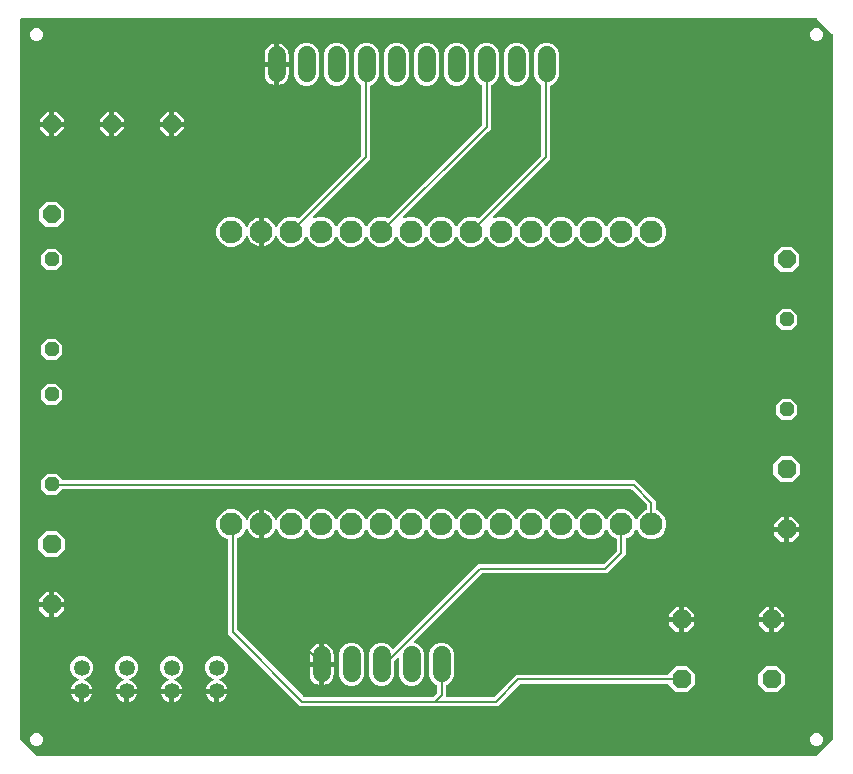
<source format=gbr>
G04 EAGLE Gerber RS-274X export*
G75*
%MOMM*%
%FSLAX34Y34*%
%LPD*%
%INBottom Copper*%
%IPPOS*%
%AMOC8*
5,1,8,0,0,1.08239X$1,22.5*%
G01*
%ADD10P,1.649562X8X22.500000*%
%ADD11P,1.732040X8X112.500000*%
%ADD12C,1.350000*%
%ADD13C,1.930400*%
%ADD14C,1.524000*%
%ADD15P,1.319650X8X292.500000*%
%ADD16C,0.152400*%

G36*
X1079587Y240297D02*
X1079587Y240297D01*
X1079674Y240300D01*
X1079727Y240317D01*
X1079782Y240325D01*
X1079861Y240360D01*
X1079945Y240387D01*
X1079984Y240415D01*
X1080041Y240441D01*
X1080154Y240537D01*
X1080218Y240582D01*
X1092918Y253282D01*
X1092970Y253352D01*
X1093030Y253416D01*
X1093056Y253465D01*
X1093089Y253509D01*
X1093120Y253591D01*
X1093160Y253669D01*
X1093168Y253717D01*
X1093190Y253775D01*
X1093202Y253923D01*
X1093215Y254000D01*
X1093215Y850900D01*
X1093203Y850987D01*
X1093200Y851074D01*
X1093183Y851127D01*
X1093175Y851182D01*
X1093140Y851261D01*
X1093113Y851345D01*
X1093085Y851384D01*
X1093059Y851441D01*
X1092963Y851554D01*
X1092918Y851618D01*
X1080218Y864318D01*
X1080148Y864370D01*
X1080084Y864430D01*
X1080035Y864456D01*
X1079991Y864489D01*
X1079909Y864520D01*
X1079831Y864560D01*
X1079784Y864568D01*
X1079725Y864590D01*
X1079577Y864602D01*
X1079500Y864615D01*
X406400Y864615D01*
X406342Y864607D01*
X406284Y864609D01*
X406202Y864587D01*
X406119Y864575D01*
X406065Y864552D01*
X406009Y864537D01*
X405936Y864494D01*
X405859Y864459D01*
X405814Y864421D01*
X405764Y864392D01*
X405706Y864330D01*
X405642Y864276D01*
X405610Y864227D01*
X405570Y864184D01*
X405531Y864109D01*
X405485Y864039D01*
X405467Y863983D01*
X405440Y863931D01*
X405429Y863863D01*
X405399Y863768D01*
X405396Y863668D01*
X405385Y863600D01*
X405385Y254000D01*
X405397Y253913D01*
X405400Y253826D01*
X405417Y253773D01*
X405425Y253719D01*
X405460Y253639D01*
X405487Y253555D01*
X405515Y253516D01*
X405541Y253459D01*
X405637Y253346D01*
X405682Y253282D01*
X418382Y240582D01*
X418452Y240530D01*
X418516Y240470D01*
X418565Y240444D01*
X418609Y240411D01*
X418691Y240380D01*
X418769Y240340D01*
X418817Y240332D01*
X418875Y240310D01*
X419023Y240298D01*
X419100Y240285D01*
X1079500Y240285D01*
X1079587Y240297D01*
G37*
%LPC*%
G36*
X642566Y282193D02*
X642566Y282193D01*
X581405Y343354D01*
X581405Y422791D01*
X581405Y422792D01*
X581405Y422794D01*
X581385Y422934D01*
X581365Y423072D01*
X581365Y423074D01*
X581365Y423075D01*
X581309Y423198D01*
X581249Y423332D01*
X581248Y423333D01*
X581247Y423334D01*
X581157Y423441D01*
X581066Y423549D01*
X581064Y423549D01*
X581063Y423551D01*
X581050Y423559D01*
X580829Y423706D01*
X580800Y423715D01*
X580779Y423729D01*
X576906Y425333D01*
X573333Y428906D01*
X571399Y433574D01*
X571399Y438626D01*
X573333Y443294D01*
X576906Y446867D01*
X581574Y448801D01*
X586626Y448801D01*
X591294Y446867D01*
X594867Y443294D01*
X596140Y440222D01*
X596175Y440162D01*
X596201Y440098D01*
X596247Y440040D01*
X596284Y439977D01*
X596335Y439930D01*
X596378Y439875D01*
X596438Y439832D01*
X596491Y439782D01*
X596553Y439750D01*
X596609Y439710D01*
X596678Y439685D01*
X596744Y439652D01*
X596812Y439638D01*
X596877Y439615D01*
X596950Y439611D01*
X597023Y439597D01*
X597092Y439603D01*
X597161Y439598D01*
X597233Y439615D01*
X597306Y439621D01*
X597370Y439646D01*
X597438Y439661D01*
X597502Y439697D01*
X597571Y439723D01*
X597626Y439765D01*
X597687Y439798D01*
X597739Y439850D01*
X597798Y439895D01*
X597839Y439950D01*
X597888Y439999D01*
X597917Y440054D01*
X597968Y440122D01*
X598009Y440231D01*
X598043Y440297D01*
X598201Y440780D01*
X599072Y442490D01*
X600200Y444043D01*
X601557Y445400D01*
X603110Y446528D01*
X604820Y447399D01*
X606645Y447993D01*
X607469Y448123D01*
X607469Y437116D01*
X607477Y437058D01*
X607475Y437000D01*
X607497Y436918D01*
X607509Y436835D01*
X607533Y436781D01*
X607547Y436725D01*
X607590Y436652D01*
X607625Y436575D01*
X607663Y436531D01*
X607693Y436480D01*
X607754Y436423D01*
X607809Y436358D01*
X607857Y436326D01*
X607900Y436286D01*
X607975Y436247D01*
X608045Y436201D01*
X608101Y436183D01*
X608153Y436156D01*
X608221Y436145D01*
X608316Y436115D01*
X608416Y436112D01*
X608484Y436101D01*
X610516Y436101D01*
X610574Y436109D01*
X610632Y436108D01*
X610714Y436129D01*
X610797Y436141D01*
X610851Y436165D01*
X610907Y436179D01*
X610980Y436222D01*
X611057Y436257D01*
X611102Y436295D01*
X611152Y436325D01*
X611210Y436386D01*
X611274Y436441D01*
X611306Y436489D01*
X611346Y436532D01*
X611385Y436607D01*
X611431Y436677D01*
X611449Y436733D01*
X611476Y436785D01*
X611487Y436853D01*
X611517Y436948D01*
X611520Y437048D01*
X611531Y437116D01*
X611531Y448123D01*
X612355Y447993D01*
X614180Y447399D01*
X615890Y446528D01*
X617443Y445400D01*
X618800Y444043D01*
X619928Y442490D01*
X620799Y440780D01*
X620957Y440297D01*
X620987Y440235D01*
X621008Y440169D01*
X621049Y440107D01*
X621081Y440041D01*
X621128Y439990D01*
X621166Y439933D01*
X621223Y439885D01*
X621272Y439830D01*
X621331Y439794D01*
X621384Y439750D01*
X621451Y439720D01*
X621514Y439681D01*
X621580Y439662D01*
X621644Y439634D01*
X621717Y439624D01*
X621788Y439604D01*
X621857Y439605D01*
X621925Y439595D01*
X621998Y439606D01*
X622072Y439606D01*
X622138Y439626D01*
X622207Y439636D01*
X622274Y439666D01*
X622344Y439687D01*
X622403Y439724D01*
X622466Y439753D01*
X622522Y439801D01*
X622584Y439840D01*
X622629Y439892D01*
X622682Y439937D01*
X622715Y439990D01*
X622771Y440054D01*
X622821Y440158D01*
X622860Y440222D01*
X624133Y443294D01*
X627706Y446867D01*
X632374Y448801D01*
X637426Y448801D01*
X642094Y446867D01*
X645667Y443294D01*
X646662Y440893D01*
X646677Y440867D01*
X646686Y440839D01*
X646749Y440745D01*
X646807Y440648D01*
X646828Y440628D01*
X646844Y440603D01*
X646931Y440530D01*
X647013Y440453D01*
X647039Y440439D01*
X647062Y440420D01*
X647165Y440374D01*
X647266Y440322D01*
X647295Y440317D01*
X647322Y440305D01*
X647434Y440289D01*
X647545Y440267D01*
X647574Y440270D01*
X647603Y440266D01*
X647715Y440282D01*
X647828Y440292D01*
X647856Y440302D01*
X647884Y440306D01*
X647987Y440353D01*
X648093Y440394D01*
X648117Y440412D01*
X648144Y440424D01*
X648230Y440497D01*
X648320Y440565D01*
X648338Y440589D01*
X648360Y440608D01*
X648402Y440674D01*
X648490Y440793D01*
X648508Y440839D01*
X648525Y440865D01*
X648529Y440879D01*
X648538Y440893D01*
X649533Y443294D01*
X653106Y446867D01*
X657774Y448801D01*
X662826Y448801D01*
X667494Y446867D01*
X671067Y443294D01*
X672062Y440893D01*
X672077Y440867D01*
X672086Y440839D01*
X672149Y440745D01*
X672207Y440648D01*
X672228Y440628D01*
X672244Y440603D01*
X672331Y440530D01*
X672413Y440453D01*
X672439Y440439D01*
X672462Y440420D01*
X672565Y440374D01*
X672666Y440322D01*
X672695Y440317D01*
X672722Y440305D01*
X672834Y440289D01*
X672945Y440267D01*
X672974Y440270D01*
X673003Y440266D01*
X673115Y440282D01*
X673228Y440292D01*
X673256Y440302D01*
X673284Y440306D01*
X673387Y440353D01*
X673493Y440394D01*
X673517Y440412D01*
X673544Y440424D01*
X673630Y440497D01*
X673720Y440565D01*
X673738Y440589D01*
X673760Y440608D01*
X673802Y440674D01*
X673890Y440793D01*
X673908Y440839D01*
X673925Y440865D01*
X673929Y440879D01*
X673938Y440893D01*
X674933Y443294D01*
X678506Y446867D01*
X683174Y448801D01*
X688226Y448801D01*
X692894Y446867D01*
X696467Y443294D01*
X697462Y440893D01*
X697477Y440867D01*
X697486Y440839D01*
X697549Y440745D01*
X697607Y440648D01*
X697628Y440628D01*
X697644Y440603D01*
X697731Y440530D01*
X697813Y440453D01*
X697839Y440439D01*
X697862Y440420D01*
X697965Y440374D01*
X698066Y440322D01*
X698095Y440317D01*
X698122Y440305D01*
X698234Y440289D01*
X698345Y440267D01*
X698374Y440270D01*
X698403Y440266D01*
X698515Y440282D01*
X698628Y440292D01*
X698656Y440302D01*
X698684Y440306D01*
X698787Y440353D01*
X698893Y440394D01*
X698917Y440412D01*
X698944Y440424D01*
X699030Y440497D01*
X699120Y440565D01*
X699138Y440589D01*
X699160Y440608D01*
X699202Y440674D01*
X699290Y440793D01*
X699308Y440839D01*
X699325Y440865D01*
X699329Y440879D01*
X699338Y440893D01*
X700333Y443294D01*
X703906Y446867D01*
X708574Y448801D01*
X713626Y448801D01*
X718294Y446867D01*
X721867Y443294D01*
X722862Y440893D01*
X722877Y440867D01*
X722886Y440839D01*
X722949Y440745D01*
X723007Y440648D01*
X723028Y440628D01*
X723044Y440603D01*
X723131Y440530D01*
X723213Y440453D01*
X723239Y440439D01*
X723262Y440420D01*
X723365Y440374D01*
X723466Y440322D01*
X723495Y440317D01*
X723522Y440305D01*
X723634Y440289D01*
X723745Y440267D01*
X723774Y440270D01*
X723803Y440266D01*
X723915Y440282D01*
X724028Y440292D01*
X724055Y440302D01*
X724084Y440307D01*
X724188Y440353D01*
X724293Y440394D01*
X724317Y440412D01*
X724344Y440424D01*
X724430Y440497D01*
X724520Y440565D01*
X724538Y440589D01*
X724560Y440608D01*
X724601Y440674D01*
X724690Y440793D01*
X724708Y440839D01*
X724725Y440865D01*
X724729Y440879D01*
X724738Y440893D01*
X725733Y443294D01*
X729306Y446867D01*
X733974Y448801D01*
X739026Y448801D01*
X743694Y446867D01*
X747267Y443294D01*
X748262Y440893D01*
X748277Y440867D01*
X748286Y440839D01*
X748349Y440745D01*
X748407Y440648D01*
X748428Y440628D01*
X748444Y440603D01*
X748531Y440530D01*
X748613Y440453D01*
X748639Y440439D01*
X748662Y440420D01*
X748765Y440374D01*
X748866Y440322D01*
X748895Y440317D01*
X748922Y440305D01*
X749034Y440289D01*
X749145Y440267D01*
X749174Y440270D01*
X749203Y440266D01*
X749315Y440282D01*
X749428Y440292D01*
X749455Y440302D01*
X749484Y440307D01*
X749588Y440353D01*
X749693Y440394D01*
X749717Y440412D01*
X749744Y440424D01*
X749830Y440497D01*
X749920Y440565D01*
X749938Y440589D01*
X749960Y440608D01*
X750001Y440674D01*
X750090Y440793D01*
X750108Y440839D01*
X750125Y440865D01*
X750129Y440879D01*
X750138Y440893D01*
X751133Y443294D01*
X754706Y446867D01*
X759374Y448801D01*
X764426Y448801D01*
X769094Y446867D01*
X772667Y443294D01*
X773662Y440893D01*
X773677Y440867D01*
X773686Y440839D01*
X773749Y440745D01*
X773807Y440648D01*
X773828Y440628D01*
X773844Y440603D01*
X773931Y440530D01*
X774013Y440453D01*
X774039Y440439D01*
X774062Y440420D01*
X774165Y440374D01*
X774266Y440322D01*
X774295Y440317D01*
X774322Y440305D01*
X774434Y440289D01*
X774545Y440267D01*
X774574Y440270D01*
X774603Y440266D01*
X774715Y440282D01*
X774828Y440292D01*
X774855Y440302D01*
X774884Y440307D01*
X774988Y440353D01*
X775093Y440394D01*
X775117Y440412D01*
X775144Y440424D01*
X775230Y440497D01*
X775320Y440565D01*
X775338Y440589D01*
X775360Y440608D01*
X775401Y440674D01*
X775490Y440793D01*
X775508Y440839D01*
X775525Y440865D01*
X775529Y440879D01*
X775538Y440893D01*
X776533Y443294D01*
X780106Y446867D01*
X784774Y448801D01*
X789826Y448801D01*
X794494Y446867D01*
X798067Y443294D01*
X799062Y440893D01*
X799077Y440867D01*
X799086Y440839D01*
X799149Y440745D01*
X799207Y440648D01*
X799228Y440628D01*
X799244Y440603D01*
X799331Y440530D01*
X799413Y440453D01*
X799439Y440439D01*
X799462Y440420D01*
X799565Y440374D01*
X799666Y440322D01*
X799695Y440317D01*
X799722Y440305D01*
X799834Y440289D01*
X799945Y440267D01*
X799974Y440270D01*
X800003Y440266D01*
X800115Y440282D01*
X800228Y440292D01*
X800255Y440302D01*
X800284Y440307D01*
X800388Y440353D01*
X800493Y440394D01*
X800517Y440412D01*
X800544Y440424D01*
X800630Y440497D01*
X800720Y440565D01*
X800738Y440589D01*
X800760Y440608D01*
X800801Y440674D01*
X800890Y440793D01*
X800908Y440839D01*
X800925Y440865D01*
X800929Y440879D01*
X800938Y440893D01*
X801933Y443294D01*
X805506Y446867D01*
X810174Y448801D01*
X815226Y448801D01*
X819894Y446867D01*
X823467Y443294D01*
X824462Y440893D01*
X824477Y440867D01*
X824486Y440839D01*
X824549Y440745D01*
X824607Y440648D01*
X824628Y440628D01*
X824644Y440603D01*
X824731Y440530D01*
X824813Y440453D01*
X824839Y440439D01*
X824862Y440420D01*
X824965Y440374D01*
X825066Y440322D01*
X825095Y440317D01*
X825122Y440305D01*
X825234Y440289D01*
X825345Y440267D01*
X825374Y440270D01*
X825403Y440266D01*
X825515Y440282D01*
X825628Y440292D01*
X825655Y440302D01*
X825684Y440307D01*
X825788Y440353D01*
X825893Y440394D01*
X825917Y440412D01*
X825944Y440424D01*
X826030Y440497D01*
X826120Y440565D01*
X826138Y440589D01*
X826160Y440608D01*
X826201Y440674D01*
X826290Y440793D01*
X826308Y440839D01*
X826325Y440865D01*
X826329Y440879D01*
X826338Y440893D01*
X827333Y443294D01*
X830906Y446867D01*
X835574Y448801D01*
X840626Y448801D01*
X845294Y446867D01*
X848867Y443294D01*
X849862Y440893D01*
X849877Y440867D01*
X849886Y440839D01*
X849949Y440745D01*
X850007Y440648D01*
X850028Y440628D01*
X850044Y440603D01*
X850131Y440530D01*
X850213Y440453D01*
X850239Y440439D01*
X850262Y440420D01*
X850365Y440374D01*
X850466Y440322D01*
X850495Y440317D01*
X850522Y440305D01*
X850634Y440289D01*
X850745Y440267D01*
X850774Y440270D01*
X850803Y440266D01*
X850915Y440282D01*
X851028Y440292D01*
X851055Y440302D01*
X851084Y440307D01*
X851188Y440353D01*
X851293Y440394D01*
X851317Y440412D01*
X851344Y440424D01*
X851430Y440497D01*
X851520Y440565D01*
X851538Y440589D01*
X851560Y440608D01*
X851601Y440674D01*
X851690Y440793D01*
X851708Y440839D01*
X851725Y440865D01*
X851729Y440879D01*
X851738Y440893D01*
X852733Y443294D01*
X856306Y446867D01*
X860974Y448801D01*
X866026Y448801D01*
X870694Y446867D01*
X874267Y443294D01*
X875262Y440893D01*
X875277Y440867D01*
X875286Y440839D01*
X875349Y440745D01*
X875407Y440648D01*
X875428Y440628D01*
X875444Y440603D01*
X875531Y440530D01*
X875613Y440453D01*
X875639Y440439D01*
X875662Y440420D01*
X875765Y440374D01*
X875866Y440322D01*
X875895Y440317D01*
X875922Y440305D01*
X876034Y440289D01*
X876145Y440267D01*
X876174Y440270D01*
X876203Y440266D01*
X876315Y440282D01*
X876428Y440292D01*
X876455Y440302D01*
X876484Y440307D01*
X876588Y440353D01*
X876693Y440394D01*
X876717Y440412D01*
X876744Y440424D01*
X876830Y440497D01*
X876920Y440565D01*
X876938Y440589D01*
X876960Y440608D01*
X877001Y440674D01*
X877090Y440793D01*
X877108Y440839D01*
X877125Y440865D01*
X877129Y440879D01*
X877138Y440893D01*
X878133Y443294D01*
X881706Y446867D01*
X886374Y448801D01*
X891426Y448801D01*
X896094Y446867D01*
X899667Y443294D01*
X900662Y440893D01*
X900677Y440867D01*
X900686Y440839D01*
X900749Y440745D01*
X900807Y440648D01*
X900828Y440628D01*
X900844Y440603D01*
X900931Y440530D01*
X901013Y440453D01*
X901039Y440439D01*
X901062Y440420D01*
X901165Y440374D01*
X901266Y440322D01*
X901295Y440317D01*
X901322Y440305D01*
X901434Y440289D01*
X901545Y440267D01*
X901574Y440270D01*
X901603Y440266D01*
X901715Y440282D01*
X901828Y440292D01*
X901855Y440302D01*
X901884Y440307D01*
X901988Y440353D01*
X902093Y440394D01*
X902117Y440412D01*
X902144Y440424D01*
X902230Y440497D01*
X902320Y440565D01*
X902338Y440589D01*
X902360Y440608D01*
X902401Y440674D01*
X902490Y440793D01*
X902508Y440839D01*
X902525Y440865D01*
X902529Y440879D01*
X902538Y440893D01*
X903533Y443294D01*
X907106Y446867D01*
X911774Y448801D01*
X916826Y448801D01*
X921494Y446867D01*
X925067Y443294D01*
X926062Y440893D01*
X926077Y440867D01*
X926086Y440839D01*
X926149Y440745D01*
X926207Y440648D01*
X926228Y440628D01*
X926244Y440603D01*
X926331Y440530D01*
X926413Y440453D01*
X926439Y440439D01*
X926462Y440420D01*
X926565Y440374D01*
X926666Y440322D01*
X926695Y440317D01*
X926722Y440305D01*
X926834Y440289D01*
X926945Y440267D01*
X926974Y440270D01*
X927003Y440266D01*
X927115Y440282D01*
X927228Y440292D01*
X927255Y440302D01*
X927284Y440307D01*
X927388Y440353D01*
X927493Y440394D01*
X927517Y440412D01*
X927544Y440424D01*
X927630Y440497D01*
X927720Y440565D01*
X927738Y440589D01*
X927760Y440608D01*
X927801Y440674D01*
X927890Y440793D01*
X927908Y440839D01*
X927925Y440865D01*
X927929Y440879D01*
X927938Y440893D01*
X928933Y443294D01*
X932506Y446867D01*
X935263Y448009D01*
X935264Y448010D01*
X935265Y448010D01*
X935386Y448082D01*
X935507Y448154D01*
X935508Y448155D01*
X935510Y448156D01*
X935607Y448260D01*
X935703Y448360D01*
X935703Y448362D01*
X935704Y448363D01*
X935768Y448488D01*
X935833Y448613D01*
X935833Y448615D01*
X935834Y448616D01*
X935836Y448631D01*
X935888Y448892D01*
X935885Y448922D01*
X935889Y448947D01*
X935889Y452253D01*
X935877Y452340D01*
X935874Y452427D01*
X935857Y452480D01*
X935849Y452535D01*
X935814Y452614D01*
X935787Y452698D01*
X935759Y452737D01*
X935733Y452794D01*
X935637Y452907D01*
X935592Y452971D01*
X923279Y465284D01*
X923209Y465336D01*
X923145Y465396D01*
X923096Y465422D01*
X923052Y465455D01*
X922970Y465486D01*
X922892Y465526D01*
X922845Y465534D01*
X922786Y465556D01*
X922638Y465568D01*
X922561Y465581D01*
X440834Y465581D01*
X440748Y465569D01*
X440660Y465566D01*
X440608Y465549D01*
X440553Y465541D01*
X440473Y465506D01*
X440390Y465479D01*
X440351Y465451D01*
X440293Y465425D01*
X440180Y465329D01*
X440117Y465284D01*
X435588Y460755D01*
X428012Y460755D01*
X422655Y466112D01*
X422655Y473688D01*
X428012Y479045D01*
X435588Y479045D01*
X441133Y473500D01*
X441202Y473448D01*
X441266Y473388D01*
X441316Y473362D01*
X441360Y473329D01*
X441441Y473298D01*
X441519Y473258D01*
X441567Y473250D01*
X441625Y473228D01*
X441773Y473216D01*
X441850Y473203D01*
X926138Y473203D01*
X943511Y455830D01*
X943511Y448947D01*
X943511Y448946D01*
X943511Y448944D01*
X943531Y448802D01*
X943551Y448666D01*
X943551Y448664D01*
X943551Y448663D01*
X943608Y448537D01*
X943667Y448406D01*
X943668Y448405D01*
X943669Y448404D01*
X943761Y448295D01*
X943850Y448189D01*
X943852Y448188D01*
X943853Y448187D01*
X943866Y448179D01*
X944087Y448032D01*
X944116Y448022D01*
X944137Y448009D01*
X946894Y446867D01*
X950467Y443294D01*
X952401Y438626D01*
X952401Y433574D01*
X950467Y428906D01*
X946894Y425333D01*
X942226Y423399D01*
X937174Y423399D01*
X932506Y425333D01*
X928933Y428906D01*
X927938Y431307D01*
X927923Y431333D01*
X927914Y431361D01*
X927851Y431455D01*
X927793Y431552D01*
X927772Y431572D01*
X927756Y431597D01*
X927669Y431670D01*
X927587Y431747D01*
X927561Y431761D01*
X927538Y431780D01*
X927435Y431826D01*
X927334Y431878D01*
X927305Y431883D01*
X927278Y431895D01*
X927166Y431911D01*
X927055Y431933D01*
X927026Y431930D01*
X926997Y431934D01*
X926885Y431918D01*
X926772Y431908D01*
X926745Y431898D01*
X926715Y431893D01*
X926612Y431847D01*
X926507Y431806D01*
X926483Y431788D01*
X926456Y431776D01*
X926370Y431703D01*
X926280Y431635D01*
X926262Y431611D01*
X926240Y431592D01*
X926198Y431526D01*
X926110Y431407D01*
X926088Y431348D01*
X926062Y431307D01*
X925067Y428906D01*
X921494Y425333D01*
X918737Y424191D01*
X918736Y424190D01*
X918735Y424190D01*
X918612Y424117D01*
X918493Y424046D01*
X918492Y424045D01*
X918490Y424044D01*
X918389Y423936D01*
X918297Y423840D01*
X918297Y423838D01*
X918296Y423837D01*
X918231Y423711D01*
X918167Y423587D01*
X918167Y423585D01*
X918166Y423584D01*
X918164Y423569D01*
X918112Y423308D01*
X918115Y423278D01*
X918111Y423253D01*
X918111Y410310D01*
X902262Y394461D01*
X796511Y394461D01*
X796424Y394449D01*
X796337Y394446D01*
X796284Y394429D01*
X796229Y394421D01*
X796150Y394386D01*
X796066Y394359D01*
X796027Y394331D01*
X795970Y394305D01*
X795857Y394209D01*
X795793Y394164D01*
X738874Y337245D01*
X738806Y337154D01*
X738731Y337065D01*
X738720Y337040D01*
X738703Y337018D01*
X738663Y336911D01*
X738616Y336806D01*
X738612Y336778D01*
X738602Y336752D01*
X738593Y336638D01*
X738577Y336524D01*
X738581Y336497D01*
X738579Y336469D01*
X738601Y336356D01*
X738618Y336243D01*
X738629Y336217D01*
X738635Y336190D01*
X738687Y336088D01*
X738735Y335984D01*
X738753Y335963D01*
X738766Y335938D01*
X738845Y335855D01*
X738919Y335767D01*
X738940Y335754D01*
X738961Y335732D01*
X739191Y335597D01*
X739204Y335589D01*
X742643Y334164D01*
X745644Y331163D01*
X747269Y327242D01*
X747269Y307758D01*
X745644Y303837D01*
X742643Y300836D01*
X738722Y299211D01*
X734478Y299211D01*
X730557Y300836D01*
X727556Y303837D01*
X725931Y307758D01*
X725931Y321851D01*
X725927Y321880D01*
X725930Y321909D01*
X725907Y322020D01*
X725891Y322133D01*
X725879Y322159D01*
X725874Y322188D01*
X725821Y322289D01*
X725775Y322392D01*
X725756Y322414D01*
X725743Y322440D01*
X725665Y322523D01*
X725592Y322609D01*
X725567Y322625D01*
X725547Y322647D01*
X725449Y322704D01*
X725355Y322767D01*
X725327Y322775D01*
X725302Y322790D01*
X725192Y322818D01*
X725084Y322852D01*
X725054Y322853D01*
X725026Y322860D01*
X724913Y322857D01*
X724800Y322860D01*
X724771Y322852D01*
X724742Y322851D01*
X724634Y322816D01*
X724525Y322788D01*
X724499Y322773D01*
X724471Y322764D01*
X724408Y322718D01*
X724280Y322643D01*
X724237Y322597D01*
X724198Y322569D01*
X722166Y320537D01*
X722114Y320467D01*
X722054Y320403D01*
X722028Y320354D01*
X721995Y320310D01*
X721964Y320228D01*
X721924Y320150D01*
X721916Y320103D01*
X721894Y320044D01*
X721882Y319896D01*
X721869Y319819D01*
X721869Y307758D01*
X720244Y303837D01*
X717243Y300836D01*
X713322Y299211D01*
X709078Y299211D01*
X705157Y300836D01*
X702156Y303837D01*
X700531Y307758D01*
X700531Y327242D01*
X702156Y331163D01*
X705157Y334164D01*
X709078Y335789D01*
X713322Y335789D01*
X717243Y334164D01*
X720292Y331116D01*
X720293Y331115D01*
X720311Y331095D01*
X720325Y331072D01*
X720409Y330993D01*
X720488Y330909D01*
X720512Y330895D01*
X720532Y330876D01*
X720634Y330823D01*
X720734Y330765D01*
X720760Y330758D01*
X720784Y330746D01*
X720897Y330723D01*
X721009Y330695D01*
X721037Y330696D01*
X721063Y330691D01*
X721178Y330700D01*
X721293Y330704D01*
X721319Y330712D01*
X721347Y330715D01*
X721454Y330756D01*
X721564Y330792D01*
X721584Y330806D01*
X721612Y330817D01*
X721829Y330980D01*
X721837Y330986D01*
X721839Y330988D01*
X790404Y399553D01*
X792934Y402083D01*
X898685Y402083D01*
X898772Y402095D01*
X898859Y402098D01*
X898912Y402115D01*
X898967Y402123D01*
X899046Y402158D01*
X899130Y402185D01*
X899169Y402213D01*
X899226Y402239D01*
X899339Y402335D01*
X899403Y402380D01*
X910192Y413169D01*
X910221Y413208D01*
X910232Y413217D01*
X910252Y413247D01*
X910304Y413303D01*
X910330Y413352D01*
X910363Y413396D01*
X910378Y413437D01*
X910390Y413454D01*
X910403Y413495D01*
X910434Y413556D01*
X910442Y413603D01*
X910464Y413662D01*
X910467Y413699D01*
X910475Y413725D01*
X910478Y413818D01*
X910489Y413887D01*
X910489Y423253D01*
X910489Y423254D01*
X910489Y423256D01*
X910469Y423396D01*
X910449Y423534D01*
X910449Y423536D01*
X910449Y423537D01*
X910392Y423663D01*
X910333Y423794D01*
X910332Y423795D01*
X910331Y423796D01*
X910240Y423904D01*
X910150Y424011D01*
X910148Y424012D01*
X910147Y424013D01*
X910134Y424021D01*
X909913Y424168D01*
X909884Y424178D01*
X909863Y424191D01*
X907106Y425333D01*
X903533Y428906D01*
X902538Y431307D01*
X902523Y431333D01*
X902514Y431361D01*
X902451Y431455D01*
X902393Y431552D01*
X902372Y431572D01*
X902356Y431597D01*
X902269Y431670D01*
X902187Y431747D01*
X902161Y431761D01*
X902138Y431780D01*
X902035Y431826D01*
X901934Y431878D01*
X901905Y431883D01*
X901878Y431895D01*
X901766Y431911D01*
X901655Y431933D01*
X901626Y431930D01*
X901597Y431934D01*
X901485Y431918D01*
X901372Y431908D01*
X901345Y431898D01*
X901315Y431893D01*
X901212Y431847D01*
X901107Y431806D01*
X901083Y431788D01*
X901056Y431776D01*
X900970Y431703D01*
X900880Y431635D01*
X900862Y431611D01*
X900840Y431592D01*
X900798Y431526D01*
X900710Y431407D01*
X900688Y431348D01*
X900662Y431307D01*
X899667Y428906D01*
X896094Y425333D01*
X891426Y423399D01*
X886374Y423399D01*
X881706Y425333D01*
X878133Y428906D01*
X877138Y431307D01*
X877123Y431333D01*
X877114Y431361D01*
X877051Y431455D01*
X876993Y431552D01*
X876972Y431572D01*
X876956Y431597D01*
X876869Y431670D01*
X876787Y431747D01*
X876761Y431761D01*
X876738Y431780D01*
X876635Y431826D01*
X876534Y431878D01*
X876505Y431883D01*
X876478Y431895D01*
X876366Y431911D01*
X876255Y431933D01*
X876226Y431930D01*
X876197Y431934D01*
X876085Y431918D01*
X875972Y431908D01*
X875945Y431898D01*
X875915Y431893D01*
X875812Y431847D01*
X875707Y431806D01*
X875683Y431788D01*
X875656Y431776D01*
X875570Y431703D01*
X875480Y431635D01*
X875462Y431611D01*
X875440Y431592D01*
X875398Y431526D01*
X875310Y431407D01*
X875288Y431348D01*
X875262Y431307D01*
X874267Y428906D01*
X870694Y425333D01*
X866026Y423399D01*
X860974Y423399D01*
X856306Y425333D01*
X852733Y428906D01*
X851738Y431307D01*
X851723Y431333D01*
X851714Y431361D01*
X851651Y431455D01*
X851593Y431552D01*
X851572Y431572D01*
X851556Y431597D01*
X851469Y431670D01*
X851387Y431747D01*
X851361Y431761D01*
X851338Y431780D01*
X851235Y431826D01*
X851134Y431878D01*
X851105Y431883D01*
X851078Y431895D01*
X850966Y431911D01*
X850855Y431933D01*
X850826Y431930D01*
X850797Y431934D01*
X850685Y431918D01*
X850572Y431908D01*
X850545Y431898D01*
X850515Y431893D01*
X850412Y431847D01*
X850307Y431806D01*
X850283Y431788D01*
X850256Y431776D01*
X850170Y431703D01*
X850080Y431635D01*
X850062Y431611D01*
X850040Y431592D01*
X849998Y431526D01*
X849910Y431407D01*
X849888Y431348D01*
X849862Y431307D01*
X848867Y428906D01*
X845294Y425333D01*
X840626Y423399D01*
X835574Y423399D01*
X830906Y425333D01*
X827333Y428906D01*
X826338Y431307D01*
X826323Y431333D01*
X826314Y431361D01*
X826251Y431455D01*
X826193Y431552D01*
X826172Y431572D01*
X826156Y431597D01*
X826069Y431670D01*
X825987Y431747D01*
X825961Y431761D01*
X825938Y431780D01*
X825835Y431826D01*
X825734Y431878D01*
X825705Y431883D01*
X825678Y431895D01*
X825566Y431911D01*
X825455Y431933D01*
X825426Y431930D01*
X825397Y431934D01*
X825285Y431918D01*
X825172Y431908D01*
X825145Y431898D01*
X825115Y431893D01*
X825012Y431847D01*
X824907Y431806D01*
X824883Y431788D01*
X824856Y431776D01*
X824770Y431703D01*
X824680Y431635D01*
X824662Y431611D01*
X824640Y431592D01*
X824598Y431526D01*
X824510Y431407D01*
X824488Y431348D01*
X824462Y431307D01*
X823467Y428906D01*
X819894Y425333D01*
X815226Y423399D01*
X810174Y423399D01*
X805506Y425333D01*
X801933Y428906D01*
X800938Y431307D01*
X800923Y431333D01*
X800914Y431361D01*
X800851Y431455D01*
X800793Y431552D01*
X800772Y431572D01*
X800756Y431597D01*
X800669Y431670D01*
X800587Y431747D01*
X800561Y431761D01*
X800538Y431780D01*
X800435Y431826D01*
X800334Y431878D01*
X800305Y431883D01*
X800278Y431895D01*
X800166Y431911D01*
X800055Y431933D01*
X800026Y431930D01*
X799997Y431934D01*
X799885Y431918D01*
X799772Y431908D01*
X799745Y431898D01*
X799715Y431893D01*
X799612Y431847D01*
X799507Y431806D01*
X799483Y431788D01*
X799456Y431776D01*
X799370Y431703D01*
X799280Y431635D01*
X799262Y431611D01*
X799240Y431592D01*
X799198Y431526D01*
X799110Y431407D01*
X799088Y431348D01*
X799062Y431307D01*
X798067Y428906D01*
X794494Y425333D01*
X789826Y423399D01*
X784774Y423399D01*
X780106Y425333D01*
X776533Y428906D01*
X775538Y431307D01*
X775523Y431333D01*
X775514Y431361D01*
X775451Y431455D01*
X775393Y431552D01*
X775372Y431572D01*
X775356Y431597D01*
X775269Y431670D01*
X775187Y431747D01*
X775161Y431761D01*
X775138Y431780D01*
X775035Y431826D01*
X774934Y431878D01*
X774905Y431883D01*
X774878Y431895D01*
X774766Y431911D01*
X774655Y431933D01*
X774626Y431930D01*
X774597Y431934D01*
X774485Y431918D01*
X774372Y431908D01*
X774345Y431898D01*
X774315Y431893D01*
X774212Y431847D01*
X774107Y431806D01*
X774083Y431788D01*
X774056Y431776D01*
X773970Y431703D01*
X773880Y431635D01*
X773862Y431611D01*
X773840Y431592D01*
X773798Y431526D01*
X773710Y431407D01*
X773688Y431348D01*
X773662Y431307D01*
X772667Y428906D01*
X769094Y425333D01*
X764426Y423399D01*
X759374Y423399D01*
X754706Y425333D01*
X751133Y428906D01*
X750138Y431307D01*
X750123Y431333D01*
X750114Y431361D01*
X750051Y431455D01*
X749993Y431552D01*
X749972Y431572D01*
X749956Y431597D01*
X749869Y431670D01*
X749787Y431747D01*
X749761Y431761D01*
X749738Y431780D01*
X749635Y431826D01*
X749534Y431878D01*
X749505Y431883D01*
X749478Y431895D01*
X749366Y431911D01*
X749255Y431933D01*
X749226Y431930D01*
X749197Y431934D01*
X749085Y431918D01*
X748972Y431908D01*
X748945Y431898D01*
X748915Y431893D01*
X748812Y431847D01*
X748707Y431806D01*
X748683Y431788D01*
X748656Y431776D01*
X748570Y431703D01*
X748480Y431635D01*
X748462Y431611D01*
X748440Y431592D01*
X748398Y431526D01*
X748310Y431407D01*
X748288Y431348D01*
X748262Y431307D01*
X747267Y428906D01*
X743694Y425333D01*
X739026Y423399D01*
X733974Y423399D01*
X729306Y425333D01*
X725733Y428906D01*
X724738Y431307D01*
X724723Y431333D01*
X724714Y431361D01*
X724651Y431455D01*
X724593Y431552D01*
X724572Y431572D01*
X724556Y431597D01*
X724469Y431670D01*
X724387Y431747D01*
X724361Y431761D01*
X724338Y431780D01*
X724235Y431826D01*
X724134Y431878D01*
X724105Y431883D01*
X724078Y431895D01*
X723966Y431911D01*
X723855Y431933D01*
X723826Y431930D01*
X723797Y431934D01*
X723685Y431918D01*
X723572Y431908D01*
X723545Y431898D01*
X723515Y431893D01*
X723412Y431847D01*
X723307Y431806D01*
X723283Y431788D01*
X723256Y431776D01*
X723170Y431703D01*
X723080Y431635D01*
X723062Y431611D01*
X723040Y431592D01*
X722998Y431526D01*
X722910Y431407D01*
X722888Y431348D01*
X722862Y431307D01*
X721867Y428906D01*
X718294Y425333D01*
X713626Y423399D01*
X708574Y423399D01*
X703906Y425333D01*
X700333Y428906D01*
X699338Y431307D01*
X699323Y431333D01*
X699314Y431361D01*
X699251Y431455D01*
X699193Y431552D01*
X699172Y431572D01*
X699156Y431597D01*
X699069Y431670D01*
X698987Y431747D01*
X698961Y431761D01*
X698938Y431780D01*
X698835Y431826D01*
X698734Y431878D01*
X698705Y431883D01*
X698678Y431895D01*
X698566Y431911D01*
X698455Y431933D01*
X698426Y431930D01*
X698397Y431934D01*
X698285Y431918D01*
X698172Y431908D01*
X698145Y431898D01*
X698115Y431894D01*
X698012Y431847D01*
X697907Y431806D01*
X697883Y431788D01*
X697856Y431776D01*
X697770Y431703D01*
X697680Y431635D01*
X697662Y431611D01*
X697640Y431592D01*
X697598Y431526D01*
X697510Y431407D01*
X697488Y431348D01*
X697462Y431307D01*
X696467Y428906D01*
X692894Y425333D01*
X688226Y423399D01*
X683174Y423399D01*
X678506Y425333D01*
X674933Y428906D01*
X673938Y431307D01*
X673923Y431333D01*
X673914Y431361D01*
X673851Y431455D01*
X673793Y431552D01*
X673772Y431572D01*
X673756Y431597D01*
X673669Y431670D01*
X673587Y431747D01*
X673561Y431761D01*
X673538Y431780D01*
X673435Y431826D01*
X673334Y431878D01*
X673305Y431883D01*
X673278Y431895D01*
X673166Y431911D01*
X673055Y431933D01*
X673026Y431930D01*
X672997Y431934D01*
X672885Y431918D01*
X672772Y431908D01*
X672745Y431898D01*
X672715Y431894D01*
X672612Y431847D01*
X672507Y431806D01*
X672483Y431788D01*
X672456Y431776D01*
X672370Y431703D01*
X672280Y431635D01*
X672262Y431611D01*
X672240Y431592D01*
X672198Y431526D01*
X672110Y431407D01*
X672088Y431348D01*
X672062Y431307D01*
X671067Y428906D01*
X667494Y425333D01*
X662826Y423399D01*
X657774Y423399D01*
X653106Y425333D01*
X649533Y428906D01*
X648538Y431307D01*
X648523Y431333D01*
X648514Y431361D01*
X648451Y431455D01*
X648393Y431552D01*
X648372Y431572D01*
X648356Y431597D01*
X648269Y431670D01*
X648187Y431747D01*
X648161Y431761D01*
X648138Y431780D01*
X648035Y431826D01*
X647934Y431878D01*
X647905Y431883D01*
X647878Y431895D01*
X647766Y431911D01*
X647655Y431933D01*
X647626Y431930D01*
X647597Y431934D01*
X647485Y431918D01*
X647372Y431908D01*
X647345Y431898D01*
X647315Y431894D01*
X647212Y431847D01*
X647107Y431806D01*
X647083Y431788D01*
X647056Y431776D01*
X646970Y431703D01*
X646880Y431635D01*
X646862Y431611D01*
X646840Y431592D01*
X646798Y431526D01*
X646710Y431407D01*
X646688Y431348D01*
X646662Y431307D01*
X645667Y428906D01*
X642094Y425333D01*
X637426Y423399D01*
X632374Y423399D01*
X627706Y425333D01*
X624133Y428906D01*
X622860Y431978D01*
X622825Y432038D01*
X622799Y432102D01*
X622753Y432160D01*
X622716Y432223D01*
X622665Y432270D01*
X622622Y432325D01*
X622562Y432368D01*
X622509Y432418D01*
X622447Y432450D01*
X622391Y432490D01*
X622322Y432515D01*
X622256Y432548D01*
X622188Y432562D01*
X622123Y432585D01*
X622050Y432589D01*
X621977Y432603D01*
X621908Y432597D01*
X621839Y432602D01*
X621767Y432585D01*
X621694Y432579D01*
X621630Y432554D01*
X621562Y432539D01*
X621498Y432503D01*
X621429Y432477D01*
X621374Y432435D01*
X621313Y432402D01*
X621261Y432350D01*
X621202Y432305D01*
X621161Y432250D01*
X621112Y432201D01*
X621083Y432146D01*
X621032Y432078D01*
X620991Y431969D01*
X620957Y431903D01*
X620799Y431420D01*
X619928Y429710D01*
X618800Y428157D01*
X617443Y426800D01*
X615890Y425672D01*
X614180Y424801D01*
X612355Y424207D01*
X611531Y424077D01*
X611531Y435084D01*
X611523Y435142D01*
X611525Y435200D01*
X611503Y435282D01*
X611491Y435365D01*
X611467Y435419D01*
X611453Y435475D01*
X611410Y435548D01*
X611375Y435625D01*
X611337Y435669D01*
X611307Y435720D01*
X611246Y435777D01*
X611191Y435842D01*
X611143Y435874D01*
X611100Y435914D01*
X611025Y435953D01*
X610955Y435999D01*
X610899Y436017D01*
X610847Y436044D01*
X610779Y436055D01*
X610684Y436085D01*
X610584Y436088D01*
X610516Y436099D01*
X608484Y436099D01*
X608426Y436091D01*
X608368Y436092D01*
X608286Y436071D01*
X608203Y436059D01*
X608149Y436035D01*
X608093Y436021D01*
X608020Y435978D01*
X607943Y435943D01*
X607898Y435905D01*
X607848Y435875D01*
X607790Y435814D01*
X607726Y435759D01*
X607694Y435711D01*
X607654Y435668D01*
X607615Y435593D01*
X607569Y435523D01*
X607551Y435467D01*
X607524Y435415D01*
X607513Y435347D01*
X607483Y435252D01*
X607480Y435152D01*
X607469Y435084D01*
X607469Y424077D01*
X606645Y424207D01*
X604820Y424801D01*
X603110Y425672D01*
X601557Y426800D01*
X600200Y428157D01*
X599072Y429710D01*
X598201Y431420D01*
X598043Y431903D01*
X598013Y431965D01*
X597992Y432031D01*
X597951Y432093D01*
X597919Y432159D01*
X597872Y432210D01*
X597834Y432267D01*
X597777Y432315D01*
X597728Y432370D01*
X597669Y432406D01*
X597616Y432450D01*
X597549Y432480D01*
X597486Y432519D01*
X597420Y432538D01*
X597356Y432566D01*
X597283Y432576D01*
X597212Y432596D01*
X597143Y432595D01*
X597075Y432605D01*
X597002Y432594D01*
X596928Y432594D01*
X596862Y432574D01*
X596793Y432564D01*
X596726Y432534D01*
X596656Y432513D01*
X596597Y432476D01*
X596534Y432447D01*
X596478Y432399D01*
X596416Y432360D01*
X596371Y432308D01*
X596318Y432263D01*
X596285Y432210D01*
X596229Y432146D01*
X596179Y432042D01*
X596140Y431978D01*
X594867Y428906D01*
X591294Y425333D01*
X589653Y424653D01*
X589652Y424652D01*
X589651Y424652D01*
X589532Y424582D01*
X589409Y424509D01*
X589408Y424507D01*
X589406Y424507D01*
X589309Y424403D01*
X589213Y424302D01*
X589213Y424301D01*
X589212Y424299D01*
X589147Y424174D01*
X589083Y424049D01*
X589083Y424048D01*
X589082Y424046D01*
X589080Y424031D01*
X589028Y423770D01*
X589031Y423740D01*
X589027Y423715D01*
X589027Y346931D01*
X589039Y346844D01*
X589042Y346757D01*
X589059Y346704D01*
X589067Y346649D01*
X589102Y346570D01*
X589129Y346486D01*
X589157Y346447D01*
X589183Y346390D01*
X589279Y346277D01*
X589284Y346269D01*
X589295Y346250D01*
X589302Y346244D01*
X589324Y346213D01*
X645425Y290112D01*
X645495Y290060D01*
X645559Y290000D01*
X645608Y289974D01*
X645652Y289941D01*
X645734Y289910D01*
X645812Y289870D01*
X645859Y289862D01*
X645918Y289840D01*
X646066Y289828D01*
X646143Y289815D01*
X754413Y289815D01*
X754500Y289827D01*
X754587Y289830D01*
X754640Y289847D01*
X754695Y289855D01*
X754774Y289890D01*
X754858Y289917D01*
X754897Y289945D01*
X754954Y289971D01*
X755067Y290067D01*
X755131Y290112D01*
X757892Y292873D01*
X757944Y292943D01*
X758004Y293007D01*
X758030Y293056D01*
X758063Y293100D01*
X758094Y293182D01*
X758134Y293260D01*
X758142Y293307D01*
X758164Y293366D01*
X758176Y293514D01*
X758189Y293591D01*
X758189Y299232D01*
X758189Y299234D01*
X758189Y299235D01*
X758182Y299282D01*
X758183Y299286D01*
X758181Y299290D01*
X758169Y299375D01*
X758149Y299514D01*
X758149Y299515D01*
X758149Y299517D01*
X758094Y299638D01*
X758033Y299773D01*
X758032Y299774D01*
X758031Y299776D01*
X757940Y299883D01*
X757850Y299990D01*
X757848Y299991D01*
X757847Y299992D01*
X757834Y300001D01*
X757613Y300148D01*
X757584Y300157D01*
X757563Y300170D01*
X755957Y300836D01*
X752956Y303837D01*
X751331Y307758D01*
X751331Y327242D01*
X752956Y331163D01*
X755957Y334164D01*
X759878Y335789D01*
X764122Y335789D01*
X768043Y334164D01*
X771044Y331163D01*
X772669Y327242D01*
X772669Y307758D01*
X771044Y303837D01*
X768043Y300836D01*
X766437Y300170D01*
X766436Y300169D01*
X766435Y300169D01*
X766316Y300099D01*
X766193Y300026D01*
X766192Y300025D01*
X766190Y300024D01*
X766092Y299920D01*
X765997Y299819D01*
X765997Y299818D01*
X765996Y299817D01*
X765931Y299690D01*
X765867Y299566D01*
X765867Y299565D01*
X765866Y299563D01*
X765864Y299548D01*
X765812Y299287D01*
X765815Y299257D01*
X765811Y299232D01*
X765811Y290830D01*
X765819Y290772D01*
X765817Y290714D01*
X765839Y290632D01*
X765851Y290548D01*
X765874Y290495D01*
X765889Y290439D01*
X765932Y290366D01*
X765967Y290289D01*
X766005Y290244D01*
X766034Y290194D01*
X766096Y290136D01*
X766150Y290072D01*
X766199Y290040D01*
X766242Y290000D01*
X766317Y289961D01*
X766387Y289914D01*
X766443Y289897D01*
X766495Y289870D01*
X766563Y289859D01*
X766658Y289829D01*
X766758Y289826D01*
X766826Y289815D01*
X806229Y289815D01*
X806316Y289827D01*
X806403Y289830D01*
X806456Y289847D01*
X806511Y289855D01*
X806590Y289890D01*
X806674Y289917D01*
X806713Y289945D01*
X806770Y289971D01*
X806883Y290067D01*
X806947Y290112D01*
X825446Y308611D01*
X953135Y308611D01*
X953193Y308619D01*
X953251Y308617D01*
X953333Y308639D01*
X953417Y308651D01*
X953470Y308674D01*
X953526Y308689D01*
X953599Y308732D01*
X953676Y308767D01*
X953721Y308805D01*
X953771Y308834D01*
X953829Y308896D01*
X953893Y308950D01*
X953925Y308999D01*
X953965Y309042D01*
X954004Y309117D01*
X954051Y309187D01*
X954068Y309243D01*
X954095Y309295D01*
X954100Y309327D01*
X960623Y315850D01*
X969777Y315850D01*
X976250Y309377D01*
X976250Y300223D01*
X969777Y293750D01*
X960623Y293750D01*
X954105Y300269D01*
X954087Y300309D01*
X954072Y300365D01*
X954029Y300438D01*
X953994Y300515D01*
X953956Y300560D01*
X953927Y300610D01*
X953865Y300668D01*
X953811Y300732D01*
X953762Y300764D01*
X953719Y300804D01*
X953644Y300843D01*
X953574Y300890D01*
X953518Y300907D01*
X953466Y300934D01*
X953398Y300945D01*
X953303Y300975D01*
X953203Y300978D01*
X953135Y300989D01*
X829023Y300989D01*
X828936Y300977D01*
X828849Y300974D01*
X828796Y300957D01*
X828741Y300949D01*
X828662Y300914D01*
X828578Y300887D01*
X828539Y300859D01*
X828482Y300833D01*
X828369Y300737D01*
X828305Y300692D01*
X809806Y282193D01*
X642566Y282193D01*
G37*
%LPD*%
%LPC*%
G36*
X581574Y671099D02*
X581574Y671099D01*
X576906Y673033D01*
X573333Y676606D01*
X571399Y681274D01*
X571399Y686326D01*
X573333Y690994D01*
X576906Y694567D01*
X581574Y696501D01*
X586626Y696501D01*
X591294Y694567D01*
X594867Y690994D01*
X596140Y687922D01*
X596175Y687862D01*
X596201Y687798D01*
X596247Y687740D01*
X596284Y687677D01*
X596335Y687630D01*
X596378Y687575D01*
X596438Y687532D01*
X596491Y687482D01*
X596553Y687450D01*
X596609Y687410D01*
X596678Y687385D01*
X596744Y687352D01*
X596812Y687338D01*
X596877Y687315D01*
X596950Y687311D01*
X597023Y687297D01*
X597092Y687303D01*
X597161Y687298D01*
X597233Y687315D01*
X597306Y687321D01*
X597370Y687346D01*
X597438Y687361D01*
X597502Y687397D01*
X597571Y687423D01*
X597626Y687465D01*
X597687Y687498D01*
X597739Y687550D01*
X597798Y687595D01*
X597839Y687650D01*
X597888Y687699D01*
X597917Y687754D01*
X597968Y687822D01*
X598009Y687931D01*
X598043Y687997D01*
X598201Y688480D01*
X599072Y690190D01*
X600200Y691743D01*
X601557Y693100D01*
X603110Y694228D01*
X604820Y695099D01*
X606645Y695693D01*
X607469Y695823D01*
X607469Y684816D01*
X607477Y684758D01*
X607475Y684700D01*
X607497Y684618D01*
X607509Y684535D01*
X607533Y684481D01*
X607547Y684425D01*
X607590Y684352D01*
X607625Y684275D01*
X607663Y684231D01*
X607693Y684180D01*
X607754Y684123D01*
X607809Y684058D01*
X607857Y684026D01*
X607900Y683986D01*
X607975Y683947D01*
X608045Y683901D01*
X608101Y683883D01*
X608153Y683856D01*
X608221Y683845D01*
X608316Y683815D01*
X608416Y683812D01*
X608484Y683801D01*
X610516Y683801D01*
X610574Y683809D01*
X610632Y683808D01*
X610714Y683829D01*
X610797Y683841D01*
X610851Y683865D01*
X610907Y683879D01*
X610980Y683922D01*
X611057Y683957D01*
X611102Y683995D01*
X611152Y684025D01*
X611210Y684086D01*
X611274Y684141D01*
X611306Y684189D01*
X611346Y684232D01*
X611385Y684307D01*
X611431Y684377D01*
X611449Y684433D01*
X611476Y684485D01*
X611487Y684553D01*
X611517Y684648D01*
X611520Y684748D01*
X611531Y684816D01*
X611531Y695823D01*
X612355Y695693D01*
X614180Y695099D01*
X615890Y694228D01*
X617443Y693100D01*
X618800Y691743D01*
X619928Y690190D01*
X620799Y688480D01*
X620957Y687997D01*
X620987Y687935D01*
X621008Y687869D01*
X621049Y687807D01*
X621081Y687741D01*
X621128Y687690D01*
X621166Y687633D01*
X621223Y687585D01*
X621272Y687530D01*
X621331Y687494D01*
X621384Y687450D01*
X621451Y687420D01*
X621514Y687381D01*
X621580Y687362D01*
X621644Y687334D01*
X621717Y687324D01*
X621788Y687304D01*
X621857Y687305D01*
X621925Y687295D01*
X621998Y687306D01*
X622072Y687306D01*
X622138Y687326D01*
X622207Y687336D01*
X622274Y687366D01*
X622344Y687387D01*
X622403Y687424D01*
X622466Y687453D01*
X622522Y687501D01*
X622584Y687540D01*
X622629Y687592D01*
X622682Y687637D01*
X622715Y687690D01*
X622771Y687754D01*
X622821Y687858D01*
X622860Y687922D01*
X624133Y690994D01*
X627706Y694567D01*
X632374Y696501D01*
X637426Y696501D01*
X640277Y695320D01*
X640278Y695320D01*
X640280Y695319D01*
X640414Y695285D01*
X640552Y695249D01*
X640554Y695249D01*
X640555Y695249D01*
X640696Y695253D01*
X640836Y695257D01*
X640838Y695258D01*
X640839Y695258D01*
X640972Y695301D01*
X641107Y695344D01*
X641108Y695345D01*
X641110Y695345D01*
X641122Y695354D01*
X641343Y695502D01*
X641363Y695526D01*
X641383Y695540D01*
X693884Y748041D01*
X693936Y748111D01*
X693996Y748175D01*
X694022Y748224D01*
X694055Y748268D01*
X694086Y748350D01*
X694126Y748428D01*
X694134Y748475D01*
X694156Y748534D01*
X694168Y748682D01*
X694181Y748759D01*
X694181Y807443D01*
X694181Y807444D01*
X694181Y807446D01*
X694161Y807586D01*
X694141Y807724D01*
X694141Y807726D01*
X694141Y807727D01*
X694084Y807853D01*
X694025Y807984D01*
X694024Y807985D01*
X694023Y807986D01*
X693932Y808093D01*
X693842Y808201D01*
X693840Y808202D01*
X693839Y808203D01*
X693826Y808211D01*
X693605Y808358D01*
X693576Y808368D01*
X693555Y808381D01*
X692457Y808835D01*
X689456Y811837D01*
X687831Y815758D01*
X687831Y835242D01*
X689456Y839163D01*
X692457Y842164D01*
X696378Y843789D01*
X700622Y843789D01*
X704543Y842164D01*
X707544Y839163D01*
X709169Y835242D01*
X709169Y815758D01*
X707544Y811837D01*
X704543Y808836D01*
X702429Y807960D01*
X702428Y807959D01*
X702427Y807959D01*
X702308Y807888D01*
X702185Y807815D01*
X702184Y807814D01*
X702182Y807813D01*
X702085Y807709D01*
X701989Y807609D01*
X701989Y807607D01*
X701988Y807606D01*
X701923Y807480D01*
X701859Y807356D01*
X701859Y807354D01*
X701858Y807353D01*
X701856Y807338D01*
X701804Y807077D01*
X701807Y807047D01*
X701803Y807022D01*
X701803Y745182D01*
X653442Y696821D01*
X653433Y696810D01*
X653431Y696808D01*
X653424Y696797D01*
X653390Y696752D01*
X653331Y696689D01*
X653305Y696639D01*
X653271Y696593D01*
X653240Y696513D01*
X653201Y696437D01*
X653190Y696381D01*
X653170Y696328D01*
X653162Y696242D01*
X653146Y696158D01*
X653151Y696101D01*
X653146Y696044D01*
X653163Y695960D01*
X653170Y695875D01*
X653191Y695821D01*
X653202Y695766D01*
X653241Y695689D01*
X653272Y695609D01*
X653307Y695564D01*
X653333Y695513D01*
X653392Y695451D01*
X653444Y695383D01*
X653489Y695349D01*
X653529Y695307D01*
X653603Y695264D01*
X653672Y695212D01*
X653725Y695192D01*
X653774Y695163D01*
X653857Y695142D01*
X653938Y695112D01*
X653994Y695107D01*
X654049Y695093D01*
X654135Y695096D01*
X654221Y695089D01*
X654269Y695100D01*
X654334Y695102D01*
X654471Y695147D01*
X654548Y695165D01*
X657774Y696501D01*
X662826Y696501D01*
X667494Y694567D01*
X671067Y690994D01*
X672062Y688593D01*
X672077Y688567D01*
X672086Y688539D01*
X672149Y688445D01*
X672207Y688348D01*
X672228Y688328D01*
X672244Y688303D01*
X672331Y688230D01*
X672413Y688153D01*
X672439Y688139D01*
X672462Y688120D01*
X672565Y688074D01*
X672666Y688022D01*
X672695Y688017D01*
X672722Y688005D01*
X672834Y687989D01*
X672945Y687967D01*
X672974Y687970D01*
X673003Y687966D01*
X673115Y687982D01*
X673228Y687992D01*
X673255Y688002D01*
X673284Y688007D01*
X673388Y688053D01*
X673493Y688094D01*
X673517Y688112D01*
X673544Y688124D01*
X673630Y688197D01*
X673720Y688265D01*
X673738Y688289D01*
X673760Y688308D01*
X673801Y688374D01*
X673890Y688493D01*
X673912Y688552D01*
X673938Y688593D01*
X674933Y690994D01*
X678506Y694567D01*
X683174Y696501D01*
X688226Y696501D01*
X692894Y694567D01*
X696467Y690994D01*
X697462Y688593D01*
X697477Y688567D01*
X697486Y688539D01*
X697549Y688445D01*
X697607Y688348D01*
X697628Y688328D01*
X697644Y688303D01*
X697731Y688230D01*
X697813Y688153D01*
X697839Y688139D01*
X697862Y688120D01*
X697965Y688074D01*
X698066Y688022D01*
X698095Y688017D01*
X698122Y688005D01*
X698234Y687989D01*
X698345Y687967D01*
X698374Y687970D01*
X698403Y687966D01*
X698515Y687982D01*
X698628Y687992D01*
X698655Y688002D01*
X698684Y688007D01*
X698788Y688053D01*
X698893Y688094D01*
X698917Y688112D01*
X698944Y688124D01*
X699030Y688197D01*
X699120Y688265D01*
X699138Y688289D01*
X699160Y688308D01*
X699201Y688374D01*
X699290Y688493D01*
X699312Y688552D01*
X699338Y688593D01*
X700333Y690994D01*
X703906Y694567D01*
X708574Y696501D01*
X713626Y696501D01*
X716477Y695320D01*
X716478Y695320D01*
X716480Y695319D01*
X716614Y695285D01*
X716752Y695249D01*
X716754Y695249D01*
X716755Y695249D01*
X716896Y695253D01*
X717036Y695257D01*
X717038Y695258D01*
X717039Y695258D01*
X717172Y695301D01*
X717307Y695344D01*
X717308Y695345D01*
X717310Y695345D01*
X717322Y695354D01*
X717543Y695502D01*
X717563Y695526D01*
X717583Y695540D01*
X795992Y773949D01*
X796044Y774019D01*
X796104Y774083D01*
X796130Y774132D01*
X796163Y774176D01*
X796194Y774258D01*
X796234Y774336D01*
X796242Y774383D01*
X796264Y774442D01*
X796276Y774590D01*
X796289Y774667D01*
X796289Y807232D01*
X796289Y807234D01*
X796289Y807235D01*
X796270Y807371D01*
X796249Y807514D01*
X796249Y807515D01*
X796249Y807517D01*
X796194Y807638D01*
X796133Y807773D01*
X796132Y807774D01*
X796131Y807776D01*
X796040Y807883D01*
X795950Y807990D01*
X795948Y807991D01*
X795947Y807992D01*
X795934Y808001D01*
X795713Y808148D01*
X795684Y808157D01*
X795663Y808170D01*
X794057Y808836D01*
X791056Y811837D01*
X789431Y815758D01*
X789431Y835242D01*
X791056Y839163D01*
X794057Y842164D01*
X797978Y843789D01*
X802222Y843789D01*
X806143Y842164D01*
X809144Y839163D01*
X810769Y835242D01*
X810769Y815758D01*
X809144Y811837D01*
X806143Y808836D01*
X804537Y808170D01*
X804536Y808169D01*
X804535Y808169D01*
X804416Y808099D01*
X804293Y808026D01*
X804292Y808025D01*
X804290Y808024D01*
X804192Y807920D01*
X804097Y807819D01*
X804097Y807818D01*
X804096Y807817D01*
X804031Y807690D01*
X803967Y807566D01*
X803967Y807565D01*
X803966Y807563D01*
X803964Y807548D01*
X803912Y807287D01*
X803915Y807257D01*
X803911Y807232D01*
X803911Y771090D01*
X801381Y768560D01*
X729642Y696820D01*
X729633Y696810D01*
X729631Y696808D01*
X729624Y696797D01*
X729590Y696752D01*
X729531Y696689D01*
X729505Y696639D01*
X729471Y696593D01*
X729440Y696513D01*
X729401Y696437D01*
X729390Y696381D01*
X729370Y696328D01*
X729362Y696242D01*
X729346Y696158D01*
X729351Y696101D01*
X729346Y696044D01*
X729363Y695960D01*
X729370Y695875D01*
X729391Y695821D01*
X729402Y695766D01*
X729441Y695689D01*
X729472Y695609D01*
X729507Y695564D01*
X729533Y695513D01*
X729592Y695451D01*
X729644Y695382D01*
X729689Y695348D01*
X729729Y695307D01*
X729803Y695264D01*
X729872Y695212D01*
X729925Y695192D01*
X729974Y695163D01*
X730057Y695142D01*
X730138Y695112D01*
X730194Y695107D01*
X730249Y695093D01*
X730335Y695096D01*
X730421Y695089D01*
X730469Y695100D01*
X730534Y695102D01*
X730671Y695147D01*
X730748Y695165D01*
X733974Y696501D01*
X739026Y696501D01*
X743694Y694567D01*
X747267Y690994D01*
X748262Y688593D01*
X748277Y688567D01*
X748286Y688539D01*
X748349Y688445D01*
X748407Y688348D01*
X748428Y688328D01*
X748444Y688303D01*
X748531Y688230D01*
X748613Y688153D01*
X748639Y688139D01*
X748662Y688120D01*
X748765Y688074D01*
X748866Y688022D01*
X748895Y688017D01*
X748922Y688005D01*
X749034Y687989D01*
X749145Y687967D01*
X749174Y687970D01*
X749203Y687966D01*
X749315Y687982D01*
X749428Y687992D01*
X749455Y688002D01*
X749484Y688007D01*
X749588Y688053D01*
X749693Y688094D01*
X749717Y688112D01*
X749744Y688124D01*
X749830Y688197D01*
X749920Y688265D01*
X749938Y688289D01*
X749960Y688308D01*
X750001Y688374D01*
X750090Y688493D01*
X750112Y688552D01*
X750138Y688593D01*
X751133Y690994D01*
X754706Y694567D01*
X759374Y696501D01*
X764426Y696501D01*
X769094Y694567D01*
X772667Y690994D01*
X773662Y688593D01*
X773677Y688567D01*
X773686Y688539D01*
X773749Y688445D01*
X773807Y688348D01*
X773828Y688328D01*
X773844Y688303D01*
X773931Y688230D01*
X774013Y688153D01*
X774039Y688139D01*
X774062Y688120D01*
X774165Y688074D01*
X774266Y688022D01*
X774295Y688017D01*
X774322Y688005D01*
X774434Y687989D01*
X774545Y687967D01*
X774574Y687970D01*
X774603Y687966D01*
X774715Y687982D01*
X774828Y687992D01*
X774855Y688002D01*
X774884Y688007D01*
X774988Y688053D01*
X775093Y688094D01*
X775117Y688112D01*
X775144Y688124D01*
X775230Y688197D01*
X775320Y688265D01*
X775338Y688289D01*
X775360Y688308D01*
X775401Y688374D01*
X775490Y688493D01*
X775512Y688552D01*
X775538Y688593D01*
X776533Y690994D01*
X780106Y694567D01*
X784774Y696501D01*
X789826Y696501D01*
X792677Y695320D01*
X792678Y695320D01*
X792680Y695319D01*
X792814Y695285D01*
X792952Y695249D01*
X792954Y695249D01*
X792955Y695249D01*
X793096Y695253D01*
X793236Y695257D01*
X793238Y695258D01*
X793239Y695258D01*
X793372Y695301D01*
X793507Y695344D01*
X793508Y695345D01*
X793510Y695345D01*
X793522Y695354D01*
X793743Y695502D01*
X793763Y695526D01*
X793783Y695540D01*
X846284Y748041D01*
X846336Y748111D01*
X846396Y748175D01*
X846422Y748224D01*
X846455Y748268D01*
X846486Y748350D01*
X846526Y748428D01*
X846534Y748475D01*
X846556Y748534D01*
X846568Y748682D01*
X846581Y748759D01*
X846581Y807443D01*
X846581Y807444D01*
X846581Y807446D01*
X846561Y807586D01*
X846541Y807724D01*
X846541Y807726D01*
X846541Y807727D01*
X846484Y807853D01*
X846425Y807984D01*
X846424Y807985D01*
X846423Y807986D01*
X846332Y808093D01*
X846242Y808201D01*
X846240Y808202D01*
X846239Y808203D01*
X846226Y808211D01*
X846005Y808358D01*
X845976Y808368D01*
X845955Y808381D01*
X844857Y808835D01*
X841856Y811837D01*
X840231Y815758D01*
X840231Y835242D01*
X841856Y839163D01*
X844857Y842164D01*
X848778Y843789D01*
X853022Y843789D01*
X856943Y842164D01*
X859944Y839163D01*
X861569Y835242D01*
X861569Y815758D01*
X859944Y811837D01*
X856943Y808836D01*
X854829Y807960D01*
X854828Y807959D01*
X854827Y807959D01*
X854708Y807888D01*
X854585Y807815D01*
X854584Y807814D01*
X854582Y807813D01*
X854485Y807709D01*
X854389Y807609D01*
X854389Y807607D01*
X854388Y807606D01*
X854323Y807480D01*
X854259Y807356D01*
X854259Y807354D01*
X854258Y807353D01*
X854256Y807338D01*
X854204Y807077D01*
X854207Y807047D01*
X854203Y807022D01*
X854203Y745182D01*
X805842Y696820D01*
X805833Y696810D01*
X805831Y696808D01*
X805824Y696797D01*
X805790Y696752D01*
X805731Y696689D01*
X805705Y696639D01*
X805671Y696593D01*
X805640Y696513D01*
X805601Y696437D01*
X805590Y696381D01*
X805570Y696328D01*
X805562Y696242D01*
X805546Y696158D01*
X805551Y696101D01*
X805546Y696044D01*
X805563Y695960D01*
X805570Y695875D01*
X805591Y695821D01*
X805602Y695766D01*
X805641Y695689D01*
X805672Y695609D01*
X805707Y695564D01*
X805733Y695513D01*
X805792Y695451D01*
X805844Y695382D01*
X805889Y695348D01*
X805929Y695307D01*
X806003Y695264D01*
X806072Y695212D01*
X806125Y695192D01*
X806174Y695163D01*
X806257Y695142D01*
X806338Y695112D01*
X806394Y695107D01*
X806449Y695093D01*
X806535Y695096D01*
X806621Y695089D01*
X806669Y695100D01*
X806734Y695102D01*
X806871Y695147D01*
X806948Y695165D01*
X810174Y696501D01*
X815226Y696501D01*
X819894Y694567D01*
X823467Y690994D01*
X824462Y688593D01*
X824477Y688567D01*
X824486Y688539D01*
X824549Y688445D01*
X824607Y688348D01*
X824628Y688328D01*
X824644Y688303D01*
X824731Y688230D01*
X824813Y688153D01*
X824839Y688139D01*
X824862Y688120D01*
X824965Y688074D01*
X825066Y688022D01*
X825095Y688017D01*
X825122Y688005D01*
X825234Y687989D01*
X825345Y687967D01*
X825374Y687970D01*
X825403Y687966D01*
X825515Y687982D01*
X825628Y687992D01*
X825655Y688002D01*
X825685Y688007D01*
X825788Y688053D01*
X825893Y688094D01*
X825917Y688112D01*
X825944Y688124D01*
X826030Y688197D01*
X826120Y688265D01*
X826138Y688289D01*
X826160Y688308D01*
X826202Y688374D01*
X826290Y688493D01*
X826312Y688552D01*
X826338Y688593D01*
X827333Y690994D01*
X830906Y694567D01*
X835574Y696501D01*
X840626Y696501D01*
X845294Y694567D01*
X848867Y690994D01*
X849862Y688593D01*
X849877Y688567D01*
X849886Y688539D01*
X849949Y688445D01*
X850007Y688348D01*
X850028Y688328D01*
X850044Y688303D01*
X850131Y688230D01*
X850213Y688153D01*
X850239Y688139D01*
X850262Y688120D01*
X850365Y688074D01*
X850466Y688022D01*
X850495Y688017D01*
X850522Y688005D01*
X850634Y687989D01*
X850745Y687967D01*
X850774Y687970D01*
X850803Y687966D01*
X850915Y687982D01*
X851028Y687992D01*
X851056Y688002D01*
X851084Y688006D01*
X851187Y688053D01*
X851293Y688094D01*
X851317Y688112D01*
X851344Y688124D01*
X851430Y688197D01*
X851520Y688265D01*
X851538Y688289D01*
X851560Y688308D01*
X851602Y688374D01*
X851690Y688493D01*
X851712Y688552D01*
X851738Y688593D01*
X852733Y690994D01*
X856306Y694567D01*
X860974Y696501D01*
X866026Y696501D01*
X870694Y694567D01*
X874267Y690994D01*
X875262Y688593D01*
X875277Y688567D01*
X875286Y688539D01*
X875349Y688445D01*
X875407Y688348D01*
X875428Y688328D01*
X875444Y688303D01*
X875531Y688230D01*
X875613Y688153D01*
X875639Y688139D01*
X875662Y688120D01*
X875765Y688074D01*
X875866Y688022D01*
X875895Y688017D01*
X875922Y688005D01*
X876034Y687989D01*
X876145Y687967D01*
X876174Y687970D01*
X876203Y687966D01*
X876315Y687982D01*
X876428Y687992D01*
X876456Y688002D01*
X876484Y688006D01*
X876587Y688053D01*
X876693Y688094D01*
X876717Y688112D01*
X876744Y688124D01*
X876830Y688197D01*
X876920Y688265D01*
X876938Y688289D01*
X876960Y688308D01*
X877002Y688374D01*
X877090Y688493D01*
X877112Y688552D01*
X877138Y688593D01*
X878133Y690994D01*
X881706Y694567D01*
X886374Y696501D01*
X891426Y696501D01*
X896094Y694567D01*
X899667Y690994D01*
X900662Y688593D01*
X900677Y688567D01*
X900686Y688539D01*
X900749Y688445D01*
X900807Y688348D01*
X900828Y688328D01*
X900844Y688303D01*
X900931Y688230D01*
X901013Y688153D01*
X901039Y688139D01*
X901062Y688120D01*
X901165Y688074D01*
X901266Y688022D01*
X901295Y688017D01*
X901322Y688005D01*
X901434Y687989D01*
X901545Y687967D01*
X901574Y687970D01*
X901603Y687966D01*
X901715Y687982D01*
X901828Y687992D01*
X901856Y688002D01*
X901884Y688006D01*
X901987Y688053D01*
X902093Y688094D01*
X902117Y688112D01*
X902144Y688124D01*
X902230Y688197D01*
X902320Y688265D01*
X902338Y688289D01*
X902360Y688308D01*
X902402Y688374D01*
X902490Y688493D01*
X902512Y688552D01*
X902538Y688593D01*
X903533Y690994D01*
X907106Y694567D01*
X911774Y696501D01*
X916826Y696501D01*
X921494Y694567D01*
X925067Y690994D01*
X926062Y688593D01*
X926077Y688567D01*
X926086Y688539D01*
X926149Y688445D01*
X926207Y688348D01*
X926228Y688328D01*
X926244Y688303D01*
X926331Y688230D01*
X926413Y688153D01*
X926439Y688139D01*
X926462Y688120D01*
X926565Y688074D01*
X926666Y688022D01*
X926695Y688017D01*
X926722Y688005D01*
X926834Y687989D01*
X926945Y687967D01*
X926974Y687970D01*
X927003Y687966D01*
X927115Y687982D01*
X927228Y687992D01*
X927256Y688002D01*
X927284Y688006D01*
X927387Y688053D01*
X927493Y688094D01*
X927517Y688112D01*
X927544Y688124D01*
X927630Y688197D01*
X927720Y688265D01*
X927738Y688289D01*
X927760Y688308D01*
X927802Y688374D01*
X927890Y688493D01*
X927912Y688552D01*
X927938Y688593D01*
X928933Y690994D01*
X932506Y694567D01*
X937174Y696501D01*
X942226Y696501D01*
X946894Y694567D01*
X950467Y690994D01*
X952401Y686326D01*
X952401Y681274D01*
X950467Y676606D01*
X946894Y673033D01*
X942226Y671099D01*
X937174Y671099D01*
X932506Y673033D01*
X928933Y676606D01*
X927938Y679007D01*
X927923Y679033D01*
X927914Y679061D01*
X927851Y679155D01*
X927793Y679252D01*
X927772Y679272D01*
X927756Y679297D01*
X927669Y679370D01*
X927587Y679447D01*
X927561Y679461D01*
X927538Y679480D01*
X927435Y679526D01*
X927334Y679578D01*
X927305Y679583D01*
X927278Y679595D01*
X927166Y679611D01*
X927055Y679633D01*
X927026Y679630D01*
X926997Y679634D01*
X926885Y679618D01*
X926772Y679608D01*
X926745Y679598D01*
X926715Y679594D01*
X926612Y679547D01*
X926507Y679506D01*
X926483Y679488D01*
X926456Y679476D01*
X926370Y679403D01*
X926280Y679335D01*
X926262Y679311D01*
X926240Y679292D01*
X926198Y679226D01*
X926110Y679107D01*
X926088Y679048D01*
X926062Y679007D01*
X925067Y676606D01*
X921494Y673033D01*
X916826Y671099D01*
X911774Y671099D01*
X907106Y673033D01*
X903533Y676606D01*
X902538Y679007D01*
X902523Y679033D01*
X902514Y679061D01*
X902451Y679155D01*
X902393Y679252D01*
X902372Y679272D01*
X902356Y679297D01*
X902269Y679370D01*
X902187Y679447D01*
X902161Y679461D01*
X902138Y679480D01*
X902035Y679526D01*
X901934Y679578D01*
X901905Y679583D01*
X901878Y679595D01*
X901766Y679611D01*
X901655Y679633D01*
X901626Y679630D01*
X901597Y679634D01*
X901485Y679618D01*
X901372Y679608D01*
X901345Y679598D01*
X901315Y679594D01*
X901212Y679547D01*
X901107Y679506D01*
X901083Y679488D01*
X901056Y679476D01*
X900970Y679403D01*
X900880Y679335D01*
X900862Y679311D01*
X900840Y679292D01*
X900798Y679226D01*
X900710Y679107D01*
X900688Y679048D01*
X900662Y679007D01*
X899667Y676606D01*
X896094Y673033D01*
X891426Y671099D01*
X886374Y671099D01*
X881706Y673033D01*
X878133Y676606D01*
X877138Y679007D01*
X877123Y679033D01*
X877114Y679061D01*
X877051Y679155D01*
X876993Y679252D01*
X876972Y679272D01*
X876956Y679297D01*
X876869Y679370D01*
X876787Y679447D01*
X876761Y679461D01*
X876738Y679480D01*
X876635Y679526D01*
X876534Y679578D01*
X876505Y679583D01*
X876478Y679595D01*
X876366Y679611D01*
X876255Y679633D01*
X876226Y679630D01*
X876197Y679634D01*
X876085Y679618D01*
X875972Y679608D01*
X875945Y679598D01*
X875915Y679594D01*
X875812Y679547D01*
X875707Y679506D01*
X875683Y679488D01*
X875656Y679476D01*
X875570Y679403D01*
X875480Y679335D01*
X875462Y679311D01*
X875440Y679292D01*
X875398Y679226D01*
X875310Y679107D01*
X875288Y679048D01*
X875262Y679007D01*
X874267Y676606D01*
X870694Y673033D01*
X866026Y671099D01*
X860974Y671099D01*
X856306Y673033D01*
X852733Y676606D01*
X851738Y679007D01*
X851723Y679033D01*
X851714Y679061D01*
X851651Y679155D01*
X851593Y679252D01*
X851572Y679272D01*
X851556Y679297D01*
X851469Y679370D01*
X851387Y679447D01*
X851361Y679461D01*
X851338Y679480D01*
X851235Y679526D01*
X851134Y679578D01*
X851105Y679583D01*
X851078Y679595D01*
X850966Y679611D01*
X850855Y679633D01*
X850826Y679630D01*
X850797Y679634D01*
X850685Y679618D01*
X850572Y679608D01*
X850545Y679598D01*
X850515Y679594D01*
X850412Y679547D01*
X850307Y679506D01*
X850283Y679488D01*
X850256Y679476D01*
X850170Y679403D01*
X850080Y679335D01*
X850062Y679311D01*
X850040Y679292D01*
X849998Y679226D01*
X849910Y679107D01*
X849888Y679048D01*
X849862Y679007D01*
X848867Y676606D01*
X845294Y673033D01*
X840626Y671099D01*
X835574Y671099D01*
X830906Y673033D01*
X827333Y676606D01*
X826338Y679007D01*
X826323Y679033D01*
X826314Y679061D01*
X826251Y679155D01*
X826193Y679252D01*
X826172Y679272D01*
X826156Y679297D01*
X826069Y679370D01*
X825987Y679447D01*
X825961Y679461D01*
X825938Y679480D01*
X825835Y679526D01*
X825734Y679578D01*
X825705Y679583D01*
X825678Y679595D01*
X825566Y679611D01*
X825455Y679633D01*
X825426Y679630D01*
X825397Y679634D01*
X825285Y679618D01*
X825172Y679608D01*
X825145Y679598D01*
X825116Y679593D01*
X825012Y679547D01*
X824907Y679506D01*
X824883Y679488D01*
X824856Y679476D01*
X824770Y679403D01*
X824680Y679335D01*
X824662Y679311D01*
X824640Y679292D01*
X824599Y679226D01*
X824510Y679107D01*
X824488Y679048D01*
X824462Y679007D01*
X823467Y676606D01*
X819894Y673033D01*
X815226Y671099D01*
X810174Y671099D01*
X805506Y673033D01*
X801933Y676606D01*
X800938Y679007D01*
X800923Y679033D01*
X800914Y679061D01*
X800851Y679155D01*
X800793Y679252D01*
X800772Y679272D01*
X800756Y679297D01*
X800669Y679370D01*
X800587Y679447D01*
X800561Y679461D01*
X800538Y679480D01*
X800435Y679526D01*
X800334Y679578D01*
X800305Y679583D01*
X800278Y679595D01*
X800166Y679611D01*
X800055Y679633D01*
X800026Y679630D01*
X799997Y679634D01*
X799885Y679618D01*
X799772Y679608D01*
X799745Y679598D01*
X799715Y679593D01*
X799612Y679547D01*
X799507Y679506D01*
X799483Y679488D01*
X799456Y679476D01*
X799370Y679403D01*
X799280Y679335D01*
X799262Y679311D01*
X799240Y679292D01*
X799198Y679226D01*
X799110Y679107D01*
X799088Y679048D01*
X799062Y679007D01*
X798067Y676606D01*
X794494Y673033D01*
X789826Y671099D01*
X784774Y671099D01*
X780106Y673033D01*
X776533Y676606D01*
X775538Y679007D01*
X775523Y679033D01*
X775514Y679061D01*
X775451Y679155D01*
X775393Y679252D01*
X775372Y679272D01*
X775356Y679297D01*
X775269Y679370D01*
X775187Y679447D01*
X775161Y679461D01*
X775138Y679480D01*
X775035Y679526D01*
X774934Y679578D01*
X774905Y679583D01*
X774878Y679595D01*
X774766Y679611D01*
X774655Y679633D01*
X774626Y679630D01*
X774597Y679634D01*
X774485Y679618D01*
X774372Y679608D01*
X774345Y679598D01*
X774315Y679593D01*
X774212Y679547D01*
X774107Y679506D01*
X774083Y679488D01*
X774056Y679476D01*
X773970Y679403D01*
X773880Y679335D01*
X773862Y679311D01*
X773840Y679292D01*
X773798Y679226D01*
X773710Y679107D01*
X773688Y679048D01*
X773662Y679007D01*
X772667Y676606D01*
X769094Y673033D01*
X764426Y671099D01*
X759374Y671099D01*
X754706Y673033D01*
X751133Y676606D01*
X750138Y679007D01*
X750123Y679033D01*
X750114Y679061D01*
X750051Y679155D01*
X749993Y679252D01*
X749972Y679272D01*
X749956Y679297D01*
X749869Y679370D01*
X749787Y679447D01*
X749761Y679461D01*
X749738Y679480D01*
X749635Y679526D01*
X749534Y679578D01*
X749505Y679583D01*
X749478Y679595D01*
X749366Y679611D01*
X749255Y679633D01*
X749226Y679630D01*
X749197Y679634D01*
X749085Y679618D01*
X748972Y679608D01*
X748945Y679598D01*
X748915Y679593D01*
X748812Y679547D01*
X748707Y679506D01*
X748683Y679488D01*
X748656Y679476D01*
X748570Y679403D01*
X748480Y679335D01*
X748462Y679311D01*
X748440Y679292D01*
X748398Y679226D01*
X748310Y679107D01*
X748288Y679048D01*
X748262Y679007D01*
X747267Y676606D01*
X743694Y673033D01*
X739026Y671099D01*
X733974Y671099D01*
X729306Y673033D01*
X725733Y676606D01*
X724738Y679007D01*
X724723Y679033D01*
X724714Y679061D01*
X724651Y679155D01*
X724593Y679252D01*
X724572Y679272D01*
X724556Y679297D01*
X724469Y679370D01*
X724387Y679447D01*
X724361Y679461D01*
X724338Y679480D01*
X724235Y679526D01*
X724134Y679578D01*
X724105Y679583D01*
X724078Y679595D01*
X723966Y679611D01*
X723855Y679633D01*
X723826Y679630D01*
X723797Y679634D01*
X723685Y679618D01*
X723572Y679608D01*
X723545Y679598D01*
X723515Y679593D01*
X723412Y679547D01*
X723307Y679506D01*
X723283Y679488D01*
X723256Y679476D01*
X723170Y679403D01*
X723080Y679335D01*
X723062Y679311D01*
X723040Y679292D01*
X722998Y679226D01*
X722910Y679107D01*
X722888Y679048D01*
X722862Y679007D01*
X721867Y676606D01*
X718294Y673033D01*
X713626Y671099D01*
X708574Y671099D01*
X703906Y673033D01*
X700333Y676606D01*
X699338Y679007D01*
X699323Y679033D01*
X699314Y679061D01*
X699251Y679155D01*
X699193Y679252D01*
X699172Y679272D01*
X699156Y679297D01*
X699069Y679370D01*
X698987Y679447D01*
X698961Y679461D01*
X698938Y679480D01*
X698835Y679526D01*
X698734Y679578D01*
X698705Y679583D01*
X698678Y679595D01*
X698566Y679611D01*
X698455Y679633D01*
X698426Y679630D01*
X698397Y679634D01*
X698285Y679618D01*
X698172Y679608D01*
X698145Y679598D01*
X698115Y679593D01*
X698012Y679547D01*
X697907Y679506D01*
X697883Y679488D01*
X697856Y679476D01*
X697770Y679403D01*
X697680Y679335D01*
X697662Y679311D01*
X697640Y679292D01*
X697598Y679226D01*
X697510Y679107D01*
X697488Y679048D01*
X697462Y679007D01*
X696467Y676606D01*
X692894Y673033D01*
X688226Y671099D01*
X683174Y671099D01*
X678506Y673033D01*
X674933Y676606D01*
X673938Y679007D01*
X673923Y679033D01*
X673914Y679061D01*
X673851Y679155D01*
X673793Y679252D01*
X673772Y679272D01*
X673756Y679297D01*
X673669Y679370D01*
X673587Y679447D01*
X673561Y679461D01*
X673538Y679480D01*
X673435Y679526D01*
X673334Y679578D01*
X673305Y679583D01*
X673278Y679595D01*
X673166Y679611D01*
X673055Y679633D01*
X673026Y679630D01*
X672997Y679634D01*
X672885Y679618D01*
X672772Y679608D01*
X672745Y679598D01*
X672715Y679593D01*
X672612Y679547D01*
X672507Y679506D01*
X672483Y679488D01*
X672456Y679476D01*
X672370Y679403D01*
X672280Y679335D01*
X672262Y679311D01*
X672240Y679292D01*
X672198Y679226D01*
X672110Y679107D01*
X672088Y679048D01*
X672062Y679007D01*
X671067Y676606D01*
X667494Y673033D01*
X662826Y671099D01*
X657774Y671099D01*
X653106Y673033D01*
X649533Y676606D01*
X648538Y679007D01*
X648523Y679033D01*
X648514Y679061D01*
X648451Y679155D01*
X648393Y679252D01*
X648372Y679272D01*
X648356Y679297D01*
X648269Y679370D01*
X648187Y679447D01*
X648161Y679461D01*
X648138Y679480D01*
X648035Y679526D01*
X647934Y679578D01*
X647905Y679583D01*
X647878Y679595D01*
X647766Y679611D01*
X647655Y679633D01*
X647626Y679630D01*
X647597Y679634D01*
X647485Y679618D01*
X647372Y679608D01*
X647345Y679598D01*
X647315Y679593D01*
X647212Y679547D01*
X647107Y679506D01*
X647083Y679488D01*
X647056Y679476D01*
X646970Y679403D01*
X646880Y679335D01*
X646862Y679311D01*
X646840Y679292D01*
X646798Y679226D01*
X646710Y679107D01*
X646688Y679048D01*
X646662Y679007D01*
X645667Y676606D01*
X642094Y673033D01*
X637426Y671099D01*
X632374Y671099D01*
X627706Y673033D01*
X624133Y676606D01*
X622860Y679678D01*
X622825Y679738D01*
X622799Y679802D01*
X622753Y679860D01*
X622716Y679923D01*
X622665Y679970D01*
X622622Y680025D01*
X622562Y680068D01*
X622509Y680118D01*
X622447Y680150D01*
X622391Y680190D01*
X622322Y680215D01*
X622256Y680248D01*
X622188Y680262D01*
X622123Y680285D01*
X622050Y680289D01*
X621977Y680303D01*
X621908Y680297D01*
X621839Y680302D01*
X621767Y680285D01*
X621694Y680279D01*
X621630Y680254D01*
X621562Y680239D01*
X621498Y680203D01*
X621429Y680177D01*
X621374Y680135D01*
X621313Y680102D01*
X621261Y680050D01*
X621202Y680005D01*
X621161Y679950D01*
X621112Y679901D01*
X621083Y679846D01*
X621032Y679778D01*
X620991Y679669D01*
X620957Y679603D01*
X620799Y679120D01*
X619928Y677410D01*
X618800Y675857D01*
X617443Y674500D01*
X615890Y673372D01*
X614180Y672501D01*
X612355Y671907D01*
X611531Y671777D01*
X611531Y682784D01*
X611523Y682842D01*
X611525Y682900D01*
X611503Y682982D01*
X611491Y683065D01*
X611467Y683119D01*
X611453Y683175D01*
X611410Y683248D01*
X611375Y683325D01*
X611337Y683369D01*
X611307Y683420D01*
X611246Y683477D01*
X611191Y683542D01*
X611143Y683574D01*
X611100Y683614D01*
X611025Y683653D01*
X610955Y683699D01*
X610899Y683717D01*
X610847Y683744D01*
X610779Y683755D01*
X610684Y683785D01*
X610584Y683788D01*
X610516Y683799D01*
X608484Y683799D01*
X608426Y683791D01*
X608368Y683792D01*
X608286Y683771D01*
X608203Y683759D01*
X608149Y683735D01*
X608093Y683721D01*
X608020Y683678D01*
X607943Y683643D01*
X607898Y683605D01*
X607848Y683575D01*
X607790Y683514D01*
X607726Y683459D01*
X607694Y683411D01*
X607654Y683368D01*
X607615Y683293D01*
X607569Y683223D01*
X607551Y683167D01*
X607524Y683115D01*
X607513Y683047D01*
X607483Y682952D01*
X607480Y682852D01*
X607469Y682784D01*
X607469Y671777D01*
X606645Y671907D01*
X604820Y672501D01*
X603110Y673372D01*
X601557Y674500D01*
X600200Y675857D01*
X599072Y677410D01*
X598201Y679120D01*
X598043Y679603D01*
X598013Y679665D01*
X597992Y679731D01*
X597951Y679793D01*
X597919Y679859D01*
X597872Y679910D01*
X597834Y679967D01*
X597777Y680015D01*
X597728Y680070D01*
X597669Y680106D01*
X597616Y680150D01*
X597549Y680180D01*
X597486Y680219D01*
X597420Y680238D01*
X597356Y680266D01*
X597283Y680276D01*
X597212Y680296D01*
X597143Y680295D01*
X597075Y680305D01*
X597002Y680294D01*
X596928Y680294D01*
X596862Y680274D01*
X596793Y680264D01*
X596726Y680234D01*
X596656Y680213D01*
X596597Y680176D01*
X596534Y680147D01*
X596478Y680099D01*
X596416Y680060D01*
X596371Y680008D01*
X596318Y679963D01*
X596285Y679910D01*
X596229Y679846D01*
X596179Y679742D01*
X596140Y679678D01*
X594867Y676606D01*
X591294Y673033D01*
X586626Y671099D01*
X581574Y671099D01*
G37*
%LPD*%
%LPC*%
G36*
X747178Y807211D02*
X747178Y807211D01*
X743257Y808836D01*
X740256Y811837D01*
X738631Y815758D01*
X738631Y835242D01*
X740256Y839163D01*
X743257Y842164D01*
X747178Y843789D01*
X751422Y843789D01*
X755343Y842164D01*
X758344Y839163D01*
X759969Y835242D01*
X759969Y815758D01*
X758344Y811837D01*
X755343Y808836D01*
X751422Y807211D01*
X747178Y807211D01*
G37*
%LPD*%
%LPC*%
G36*
X645578Y807211D02*
X645578Y807211D01*
X641657Y808836D01*
X638656Y811837D01*
X637031Y815758D01*
X637031Y835242D01*
X638656Y839163D01*
X641657Y842164D01*
X645578Y843789D01*
X649822Y843789D01*
X653743Y842164D01*
X656744Y839163D01*
X658369Y835242D01*
X658369Y815758D01*
X656744Y811837D01*
X653743Y808836D01*
X649822Y807211D01*
X645578Y807211D01*
G37*
%LPD*%
%LPC*%
G36*
X670978Y807211D02*
X670978Y807211D01*
X667057Y808836D01*
X664056Y811837D01*
X662431Y815758D01*
X662431Y835242D01*
X664056Y839163D01*
X667057Y842164D01*
X670978Y843789D01*
X675222Y843789D01*
X679143Y842164D01*
X682144Y839163D01*
X683769Y835242D01*
X683769Y815758D01*
X682144Y811837D01*
X679143Y808836D01*
X675222Y807211D01*
X670978Y807211D01*
G37*
%LPD*%
%LPC*%
G36*
X721778Y807211D02*
X721778Y807211D01*
X717857Y808836D01*
X714856Y811837D01*
X713231Y815758D01*
X713231Y835242D01*
X714856Y839163D01*
X717857Y842164D01*
X721778Y843789D01*
X726022Y843789D01*
X729943Y842164D01*
X732944Y839163D01*
X734569Y835242D01*
X734569Y815758D01*
X732944Y811837D01*
X729943Y808836D01*
X726022Y807211D01*
X721778Y807211D01*
G37*
%LPD*%
%LPC*%
G36*
X772578Y807211D02*
X772578Y807211D01*
X768657Y808836D01*
X765656Y811837D01*
X764031Y815758D01*
X764031Y835242D01*
X765656Y839163D01*
X768657Y842164D01*
X772578Y843789D01*
X776822Y843789D01*
X780743Y842164D01*
X783744Y839163D01*
X785369Y835242D01*
X785369Y815758D01*
X783744Y811837D01*
X780743Y808836D01*
X776822Y807211D01*
X772578Y807211D01*
G37*
%LPD*%
%LPC*%
G36*
X823378Y807211D02*
X823378Y807211D01*
X819457Y808836D01*
X816456Y811837D01*
X814831Y815758D01*
X814831Y835242D01*
X816456Y839163D01*
X819457Y842164D01*
X823378Y843789D01*
X827622Y843789D01*
X831543Y842164D01*
X834544Y839163D01*
X836169Y835242D01*
X836169Y815758D01*
X834544Y811837D01*
X831543Y808836D01*
X827622Y807211D01*
X823378Y807211D01*
G37*
%LPD*%
%LPC*%
G36*
X683678Y299211D02*
X683678Y299211D01*
X679757Y300836D01*
X676756Y303837D01*
X675131Y307758D01*
X675131Y327242D01*
X676756Y331163D01*
X679757Y334164D01*
X683678Y335789D01*
X687922Y335789D01*
X691843Y334164D01*
X694844Y331163D01*
X696469Y327242D01*
X696469Y307758D01*
X694844Y303837D01*
X691843Y300836D01*
X687922Y299211D01*
X683678Y299211D01*
G37*
%LPD*%
%LPC*%
G36*
X457199Y294799D02*
X457199Y294799D01*
X457199Y295816D01*
X457191Y295874D01*
X457192Y295932D01*
X457171Y296014D01*
X457159Y296097D01*
X457135Y296151D01*
X457121Y296207D01*
X457078Y296280D01*
X457043Y296357D01*
X457005Y296402D01*
X456975Y296452D01*
X456914Y296510D01*
X456859Y296574D01*
X456811Y296606D01*
X456768Y296646D01*
X456693Y296685D01*
X456623Y296731D01*
X456567Y296749D01*
X456515Y296776D01*
X456447Y296787D01*
X456352Y296817D01*
X456252Y296820D01*
X456184Y296831D01*
X448131Y296831D01*
X448266Y297510D01*
X448967Y299201D01*
X449983Y300723D01*
X451277Y302017D01*
X452799Y303033D01*
X454136Y303587D01*
X454161Y303602D01*
X454189Y303611D01*
X454284Y303674D01*
X454381Y303732D01*
X454401Y303753D01*
X454425Y303769D01*
X454498Y303856D01*
X454576Y303938D01*
X454590Y303964D01*
X454608Y303987D01*
X454655Y304090D01*
X454706Y304191D01*
X454712Y304220D01*
X454724Y304247D01*
X454739Y304359D01*
X454761Y304470D01*
X454759Y304499D01*
X454763Y304528D01*
X454747Y304640D01*
X454737Y304753D01*
X454726Y304781D01*
X454722Y304810D01*
X454676Y304912D01*
X454635Y305019D01*
X454617Y305042D01*
X454605Y305069D01*
X454532Y305155D01*
X454463Y305245D01*
X454440Y305263D01*
X454421Y305285D01*
X454354Y305327D01*
X454236Y305415D01*
X454177Y305437D01*
X454136Y305463D01*
X451649Y306493D01*
X448893Y309249D01*
X447401Y312851D01*
X447401Y316749D01*
X448893Y320351D01*
X451649Y323107D01*
X455251Y324599D01*
X459149Y324599D01*
X462751Y323107D01*
X465507Y320351D01*
X466999Y316749D01*
X466999Y312851D01*
X465507Y309249D01*
X462751Y306493D01*
X460264Y305463D01*
X460239Y305448D01*
X460211Y305439D01*
X460116Y305376D01*
X460019Y305319D01*
X459999Y305297D01*
X459975Y305281D01*
X459902Y305194D01*
X459824Y305112D01*
X459810Y305086D01*
X459792Y305063D01*
X459746Y304960D01*
X459694Y304859D01*
X459688Y304830D01*
X459676Y304804D01*
X459661Y304691D01*
X459639Y304580D01*
X459641Y304551D01*
X459637Y304522D01*
X459653Y304410D01*
X459663Y304297D01*
X459674Y304270D01*
X459678Y304241D01*
X459724Y304137D01*
X459765Y304032D01*
X459783Y304008D01*
X459795Y303982D01*
X459868Y303895D01*
X459937Y303805D01*
X459960Y303787D01*
X459979Y303765D01*
X460046Y303724D01*
X460164Y303635D01*
X460223Y303613D01*
X460264Y303587D01*
X461601Y303033D01*
X463123Y302017D01*
X464417Y300723D01*
X465433Y299201D01*
X466134Y297510D01*
X466269Y296831D01*
X458216Y296831D01*
X458158Y296823D01*
X458100Y296825D01*
X458018Y296803D01*
X457935Y296791D01*
X457881Y296767D01*
X457825Y296753D01*
X457752Y296710D01*
X457675Y296675D01*
X457631Y296637D01*
X457580Y296607D01*
X457523Y296546D01*
X457458Y296491D01*
X457426Y296443D01*
X457386Y296400D01*
X457347Y296325D01*
X457301Y296255D01*
X457283Y296199D01*
X457256Y296147D01*
X457245Y296079D01*
X457215Y295984D01*
X457212Y295884D01*
X457201Y295816D01*
X457201Y294799D01*
X457199Y294799D01*
G37*
%LPD*%
%LPC*%
G36*
X495299Y294799D02*
X495299Y294799D01*
X495299Y295816D01*
X495291Y295874D01*
X495292Y295932D01*
X495271Y296014D01*
X495259Y296097D01*
X495235Y296151D01*
X495221Y296207D01*
X495178Y296280D01*
X495143Y296357D01*
X495105Y296402D01*
X495075Y296452D01*
X495014Y296510D01*
X494959Y296574D01*
X494911Y296606D01*
X494868Y296646D01*
X494793Y296685D01*
X494723Y296731D01*
X494667Y296749D01*
X494615Y296776D01*
X494547Y296787D01*
X494452Y296817D01*
X494352Y296820D01*
X494284Y296831D01*
X486231Y296831D01*
X486366Y297510D01*
X487067Y299201D01*
X488083Y300723D01*
X489377Y302017D01*
X490899Y303033D01*
X492236Y303587D01*
X492261Y303602D01*
X492289Y303611D01*
X492384Y303674D01*
X492481Y303732D01*
X492501Y303753D01*
X492525Y303769D01*
X492598Y303856D01*
X492676Y303938D01*
X492690Y303964D01*
X492708Y303987D01*
X492755Y304090D01*
X492806Y304191D01*
X492812Y304220D01*
X492824Y304247D01*
X492839Y304359D01*
X492861Y304470D01*
X492859Y304499D01*
X492863Y304528D01*
X492847Y304640D01*
X492837Y304753D01*
X492826Y304781D01*
X492822Y304810D01*
X492776Y304912D01*
X492735Y305019D01*
X492717Y305042D01*
X492705Y305069D01*
X492632Y305155D01*
X492563Y305245D01*
X492540Y305263D01*
X492521Y305285D01*
X492454Y305327D01*
X492336Y305415D01*
X492277Y305437D01*
X492236Y305463D01*
X489749Y306493D01*
X486993Y309249D01*
X485501Y312851D01*
X485501Y316749D01*
X486993Y320351D01*
X489749Y323107D01*
X493351Y324599D01*
X497249Y324599D01*
X500851Y323107D01*
X503607Y320351D01*
X505099Y316749D01*
X505099Y312851D01*
X503607Y309249D01*
X500851Y306493D01*
X498364Y305463D01*
X498339Y305448D01*
X498311Y305439D01*
X498216Y305376D01*
X498119Y305319D01*
X498099Y305297D01*
X498075Y305281D01*
X498002Y305194D01*
X497924Y305112D01*
X497910Y305086D01*
X497892Y305063D01*
X497846Y304960D01*
X497794Y304859D01*
X497788Y304830D01*
X497776Y304804D01*
X497761Y304691D01*
X497739Y304580D01*
X497741Y304551D01*
X497737Y304522D01*
X497753Y304410D01*
X497763Y304297D01*
X497774Y304270D01*
X497778Y304241D01*
X497824Y304137D01*
X497865Y304032D01*
X497883Y304008D01*
X497895Y303982D01*
X497968Y303895D01*
X498037Y303805D01*
X498060Y303787D01*
X498079Y303765D01*
X498146Y303724D01*
X498264Y303635D01*
X498323Y303613D01*
X498364Y303587D01*
X499701Y303033D01*
X501223Y302017D01*
X502517Y300723D01*
X503533Y299201D01*
X504234Y297510D01*
X504369Y296831D01*
X496316Y296831D01*
X496258Y296823D01*
X496200Y296825D01*
X496118Y296803D01*
X496035Y296791D01*
X495981Y296767D01*
X495925Y296753D01*
X495852Y296710D01*
X495775Y296675D01*
X495731Y296637D01*
X495680Y296607D01*
X495623Y296546D01*
X495558Y296491D01*
X495526Y296443D01*
X495486Y296400D01*
X495447Y296325D01*
X495401Y296255D01*
X495383Y296199D01*
X495356Y296147D01*
X495345Y296079D01*
X495315Y295984D01*
X495312Y295884D01*
X495301Y295816D01*
X495301Y294799D01*
X495299Y294799D01*
G37*
%LPD*%
%LPC*%
G36*
X533399Y294799D02*
X533399Y294799D01*
X533399Y295816D01*
X533391Y295874D01*
X533392Y295932D01*
X533371Y296014D01*
X533359Y296097D01*
X533335Y296151D01*
X533321Y296207D01*
X533278Y296280D01*
X533243Y296357D01*
X533205Y296402D01*
X533175Y296452D01*
X533114Y296510D01*
X533059Y296574D01*
X533011Y296606D01*
X532968Y296646D01*
X532893Y296685D01*
X532823Y296731D01*
X532767Y296749D01*
X532715Y296776D01*
X532647Y296787D01*
X532552Y296817D01*
X532452Y296820D01*
X532384Y296831D01*
X524331Y296831D01*
X524466Y297510D01*
X525167Y299201D01*
X526183Y300723D01*
X527477Y302017D01*
X528999Y303033D01*
X530336Y303587D01*
X530361Y303602D01*
X530389Y303611D01*
X530484Y303674D01*
X530581Y303732D01*
X530601Y303753D01*
X530625Y303769D01*
X530698Y303856D01*
X530776Y303938D01*
X530790Y303964D01*
X530808Y303987D01*
X530855Y304090D01*
X530906Y304191D01*
X530912Y304220D01*
X530924Y304247D01*
X530939Y304359D01*
X530961Y304470D01*
X530959Y304499D01*
X530963Y304528D01*
X530947Y304640D01*
X530937Y304753D01*
X530926Y304781D01*
X530922Y304810D01*
X530876Y304912D01*
X530835Y305019D01*
X530817Y305042D01*
X530805Y305069D01*
X530732Y305155D01*
X530663Y305245D01*
X530640Y305263D01*
X530621Y305285D01*
X530554Y305327D01*
X530436Y305415D01*
X530377Y305437D01*
X530336Y305463D01*
X527849Y306493D01*
X525093Y309249D01*
X523601Y312851D01*
X523601Y316749D01*
X525093Y320351D01*
X527849Y323107D01*
X531451Y324599D01*
X535349Y324599D01*
X538951Y323107D01*
X541707Y320351D01*
X543199Y316749D01*
X543199Y312851D01*
X541707Y309249D01*
X538951Y306493D01*
X536464Y305463D01*
X536439Y305448D01*
X536411Y305439D01*
X536316Y305376D01*
X536219Y305319D01*
X536199Y305297D01*
X536175Y305281D01*
X536102Y305194D01*
X536024Y305112D01*
X536010Y305086D01*
X535992Y305063D01*
X535946Y304960D01*
X535894Y304859D01*
X535888Y304830D01*
X535876Y304804D01*
X535861Y304691D01*
X535839Y304580D01*
X535841Y304551D01*
X535837Y304522D01*
X535853Y304410D01*
X535863Y304297D01*
X535874Y304270D01*
X535878Y304241D01*
X535924Y304137D01*
X535965Y304032D01*
X535983Y304008D01*
X535995Y303982D01*
X536068Y303895D01*
X536137Y303805D01*
X536160Y303787D01*
X536179Y303765D01*
X536246Y303724D01*
X536364Y303635D01*
X536423Y303613D01*
X536464Y303587D01*
X537801Y303033D01*
X539323Y302017D01*
X540617Y300723D01*
X541633Y299201D01*
X542334Y297510D01*
X542469Y296831D01*
X534416Y296831D01*
X534358Y296823D01*
X534300Y296825D01*
X534218Y296803D01*
X534135Y296791D01*
X534081Y296767D01*
X534025Y296753D01*
X533952Y296710D01*
X533875Y296675D01*
X533831Y296637D01*
X533780Y296607D01*
X533723Y296546D01*
X533658Y296491D01*
X533626Y296443D01*
X533586Y296400D01*
X533547Y296325D01*
X533501Y296255D01*
X533483Y296199D01*
X533456Y296147D01*
X533445Y296079D01*
X533415Y295984D01*
X533412Y295884D01*
X533401Y295816D01*
X533401Y294799D01*
X533399Y294799D01*
G37*
%LPD*%
%LPC*%
G36*
X571499Y294799D02*
X571499Y294799D01*
X571499Y295816D01*
X571491Y295874D01*
X571492Y295932D01*
X571471Y296014D01*
X571459Y296097D01*
X571435Y296151D01*
X571421Y296207D01*
X571378Y296280D01*
X571343Y296357D01*
X571305Y296402D01*
X571275Y296452D01*
X571214Y296510D01*
X571159Y296574D01*
X571111Y296606D01*
X571068Y296646D01*
X570993Y296685D01*
X570923Y296731D01*
X570867Y296749D01*
X570815Y296776D01*
X570747Y296787D01*
X570652Y296817D01*
X570552Y296820D01*
X570484Y296831D01*
X562431Y296831D01*
X562566Y297510D01*
X563267Y299201D01*
X564283Y300723D01*
X565577Y302017D01*
X567099Y303033D01*
X568436Y303587D01*
X568461Y303602D01*
X568489Y303611D01*
X568584Y303674D01*
X568681Y303732D01*
X568701Y303753D01*
X568725Y303769D01*
X568798Y303856D01*
X568876Y303938D01*
X568890Y303964D01*
X568908Y303987D01*
X568955Y304090D01*
X569006Y304191D01*
X569012Y304220D01*
X569024Y304247D01*
X569039Y304359D01*
X569061Y304470D01*
X569059Y304499D01*
X569063Y304528D01*
X569047Y304640D01*
X569037Y304753D01*
X569026Y304781D01*
X569022Y304810D01*
X568976Y304912D01*
X568935Y305019D01*
X568917Y305042D01*
X568905Y305069D01*
X568832Y305155D01*
X568763Y305245D01*
X568740Y305263D01*
X568721Y305285D01*
X568654Y305327D01*
X568536Y305415D01*
X568477Y305437D01*
X568436Y305463D01*
X565949Y306493D01*
X563193Y309249D01*
X561701Y312851D01*
X561701Y316749D01*
X563193Y320351D01*
X565949Y323107D01*
X569551Y324599D01*
X573449Y324599D01*
X577051Y323107D01*
X579807Y320351D01*
X581299Y316749D01*
X581299Y312851D01*
X579807Y309249D01*
X577051Y306493D01*
X574564Y305463D01*
X574539Y305448D01*
X574511Y305439D01*
X574416Y305376D01*
X574319Y305319D01*
X574299Y305297D01*
X574275Y305281D01*
X574202Y305194D01*
X574124Y305112D01*
X574110Y305086D01*
X574092Y305063D01*
X574046Y304960D01*
X573994Y304859D01*
X573988Y304830D01*
X573976Y304804D01*
X573961Y304691D01*
X573939Y304580D01*
X573941Y304551D01*
X573937Y304522D01*
X573953Y304410D01*
X573963Y304297D01*
X573974Y304270D01*
X573978Y304241D01*
X574024Y304137D01*
X574065Y304032D01*
X574083Y304008D01*
X574095Y303982D01*
X574168Y303895D01*
X574237Y303805D01*
X574260Y303787D01*
X574279Y303765D01*
X574346Y303724D01*
X574464Y303635D01*
X574523Y303613D01*
X574564Y303587D01*
X575901Y303033D01*
X577423Y302017D01*
X578717Y300723D01*
X579733Y299201D01*
X580434Y297510D01*
X580569Y296831D01*
X572516Y296831D01*
X572458Y296823D01*
X572400Y296825D01*
X572318Y296803D01*
X572235Y296791D01*
X572181Y296767D01*
X572125Y296753D01*
X572052Y296710D01*
X571975Y296675D01*
X571931Y296637D01*
X571880Y296607D01*
X571823Y296546D01*
X571758Y296491D01*
X571726Y296443D01*
X571686Y296400D01*
X571647Y296325D01*
X571601Y296255D01*
X571583Y296199D01*
X571556Y296147D01*
X571545Y296079D01*
X571515Y295984D01*
X571512Y295884D01*
X571501Y295816D01*
X571501Y294799D01*
X571499Y294799D01*
G37*
%LPD*%
%LPC*%
G36*
X1049523Y471550D02*
X1049523Y471550D01*
X1043050Y478023D01*
X1043050Y487177D01*
X1049523Y493650D01*
X1058677Y493650D01*
X1065150Y487177D01*
X1065150Y478023D01*
X1058677Y471550D01*
X1049523Y471550D01*
G37*
%LPD*%
%LPC*%
G36*
X427223Y408050D02*
X427223Y408050D01*
X420750Y414523D01*
X420750Y423677D01*
X427223Y430150D01*
X436377Y430150D01*
X442850Y423677D01*
X442850Y414523D01*
X436377Y408050D01*
X427223Y408050D01*
G37*
%LPD*%
%LPC*%
G36*
X1036823Y293750D02*
X1036823Y293750D01*
X1030350Y300223D01*
X1030350Y309377D01*
X1036823Y315850D01*
X1045977Y315850D01*
X1052450Y309377D01*
X1052450Y300223D01*
X1045977Y293750D01*
X1036823Y293750D01*
G37*
%LPD*%
%LPC*%
G36*
X427381Y687831D02*
X427381Y687831D01*
X421131Y694081D01*
X421131Y702919D01*
X427381Y709169D01*
X436219Y709169D01*
X442469Y702919D01*
X442469Y694081D01*
X436219Y687831D01*
X427381Y687831D01*
G37*
%LPD*%
%LPC*%
G36*
X1049681Y649731D02*
X1049681Y649731D01*
X1043431Y655981D01*
X1043431Y664819D01*
X1049681Y671069D01*
X1058519Y671069D01*
X1064769Y664819D01*
X1064769Y655981D01*
X1058519Y649731D01*
X1049681Y649731D01*
G37*
%LPD*%
%LPC*%
G36*
X428012Y651255D02*
X428012Y651255D01*
X422655Y656612D01*
X422655Y664188D01*
X428012Y669545D01*
X435588Y669545D01*
X440945Y664188D01*
X440945Y656612D01*
X435588Y651255D01*
X428012Y651255D01*
G37*
%LPD*%
%LPC*%
G36*
X1050312Y600455D02*
X1050312Y600455D01*
X1044955Y605812D01*
X1044955Y613388D01*
X1050312Y618745D01*
X1057888Y618745D01*
X1063245Y613388D01*
X1063245Y605812D01*
X1057888Y600455D01*
X1050312Y600455D01*
G37*
%LPD*%
%LPC*%
G36*
X428012Y575055D02*
X428012Y575055D01*
X422655Y580412D01*
X422655Y587988D01*
X428012Y593345D01*
X435588Y593345D01*
X440945Y587988D01*
X440945Y580412D01*
X435588Y575055D01*
X428012Y575055D01*
G37*
%LPD*%
%LPC*%
G36*
X428012Y536955D02*
X428012Y536955D01*
X422655Y542312D01*
X422655Y549888D01*
X428012Y555245D01*
X435588Y555245D01*
X440945Y549888D01*
X440945Y542312D01*
X435588Y536955D01*
X428012Y536955D01*
G37*
%LPD*%
%LPC*%
G36*
X1050312Y524255D02*
X1050312Y524255D01*
X1044955Y529612D01*
X1044955Y537188D01*
X1050312Y542545D01*
X1057888Y542545D01*
X1063245Y537188D01*
X1063245Y529612D01*
X1057888Y524255D01*
X1050312Y524255D01*
G37*
%LPD*%
%LPC*%
G36*
X624331Y827531D02*
X624331Y827531D01*
X624331Y843086D01*
X624679Y843031D01*
X626200Y842536D01*
X627625Y841810D01*
X628919Y840870D01*
X630050Y839739D01*
X630990Y838445D01*
X631716Y837020D01*
X632211Y835499D01*
X632461Y833920D01*
X632461Y827531D01*
X624331Y827531D01*
G37*
%LPD*%
%LPC*%
G36*
X662431Y319531D02*
X662431Y319531D01*
X662431Y335086D01*
X662779Y335031D01*
X664300Y334536D01*
X665725Y333810D01*
X667019Y332870D01*
X668150Y331739D01*
X669090Y330445D01*
X669816Y329020D01*
X670311Y327499D01*
X670561Y325920D01*
X670561Y319531D01*
X662431Y319531D01*
G37*
%LPD*%
%LPC*%
G36*
X624331Y823469D02*
X624331Y823469D01*
X632461Y823469D01*
X632461Y817080D01*
X632211Y815501D01*
X631716Y813980D01*
X630990Y812555D01*
X630050Y811261D01*
X628919Y810130D01*
X627625Y809190D01*
X626200Y808464D01*
X624679Y807969D01*
X624331Y807914D01*
X624331Y823469D01*
G37*
%LPD*%
%LPC*%
G36*
X662431Y315469D02*
X662431Y315469D01*
X670561Y315469D01*
X670561Y309080D01*
X670311Y307501D01*
X669816Y305980D01*
X669090Y304555D01*
X668150Y303261D01*
X667019Y302130D01*
X665725Y301190D01*
X664300Y300464D01*
X662779Y299969D01*
X662431Y299914D01*
X662431Y315469D01*
G37*
%LPD*%
%LPC*%
G36*
X612139Y827531D02*
X612139Y827531D01*
X612139Y833920D01*
X612389Y835499D01*
X612884Y837020D01*
X613610Y838445D01*
X614550Y839739D01*
X615681Y840870D01*
X616975Y841810D01*
X618400Y842536D01*
X619921Y843031D01*
X620269Y843086D01*
X620269Y827531D01*
X612139Y827531D01*
G37*
%LPD*%
%LPC*%
G36*
X650239Y319531D02*
X650239Y319531D01*
X650239Y325920D01*
X650489Y327499D01*
X650984Y329020D01*
X651710Y330445D01*
X652650Y331739D01*
X653781Y332870D01*
X655075Y333810D01*
X656500Y334536D01*
X658021Y335031D01*
X658369Y335086D01*
X658369Y319531D01*
X650239Y319531D01*
G37*
%LPD*%
%LPC*%
G36*
X658021Y299969D02*
X658021Y299969D01*
X656500Y300464D01*
X655075Y301190D01*
X653781Y302130D01*
X652650Y303261D01*
X651710Y304555D01*
X650984Y305980D01*
X650489Y307501D01*
X650239Y309080D01*
X650239Y315469D01*
X658369Y315469D01*
X658369Y299914D01*
X658021Y299969D01*
G37*
%LPD*%
%LPC*%
G36*
X619921Y807969D02*
X619921Y807969D01*
X618400Y808464D01*
X616975Y809190D01*
X615681Y810130D01*
X614550Y811261D01*
X613610Y812555D01*
X612884Y813980D01*
X612389Y815501D01*
X612139Y817080D01*
X612139Y823469D01*
X620269Y823469D01*
X620269Y807914D01*
X619921Y807969D01*
G37*
%LPD*%
%LPC*%
G36*
X1078396Y845351D02*
X1078396Y845351D01*
X1076357Y846196D01*
X1074796Y847757D01*
X1073951Y849796D01*
X1073951Y852004D01*
X1074796Y854043D01*
X1076357Y855604D01*
X1078396Y856449D01*
X1080604Y856449D01*
X1082643Y855604D01*
X1084204Y854043D01*
X1085049Y852004D01*
X1085049Y849796D01*
X1084204Y847757D01*
X1082643Y846196D01*
X1080604Y845351D01*
X1078396Y845351D01*
G37*
%LPD*%
%LPC*%
G36*
X417996Y845351D02*
X417996Y845351D01*
X415957Y846196D01*
X414396Y847757D01*
X413551Y849796D01*
X413551Y852004D01*
X414396Y854043D01*
X415957Y855604D01*
X417996Y856449D01*
X420204Y856449D01*
X422243Y855604D01*
X423804Y854043D01*
X424649Y852004D01*
X424649Y849796D01*
X423804Y847757D01*
X422243Y846196D01*
X420204Y845351D01*
X417996Y845351D01*
G37*
%LPD*%
%LPC*%
G36*
X417996Y248451D02*
X417996Y248451D01*
X415957Y249296D01*
X414396Y250857D01*
X413551Y252896D01*
X413551Y255104D01*
X414396Y257143D01*
X415957Y258704D01*
X417996Y259549D01*
X420204Y259549D01*
X422243Y258704D01*
X423804Y257143D01*
X424649Y255104D01*
X424649Y252896D01*
X423804Y250857D01*
X422243Y249296D01*
X420204Y248451D01*
X417996Y248451D01*
G37*
%LPD*%
%LPC*%
G36*
X1078396Y248451D02*
X1078396Y248451D01*
X1076357Y249296D01*
X1074796Y250857D01*
X1073951Y252896D01*
X1073951Y255104D01*
X1074796Y257143D01*
X1076357Y258704D01*
X1078396Y259549D01*
X1080604Y259549D01*
X1082643Y258704D01*
X1084204Y257143D01*
X1085049Y255104D01*
X1085049Y252896D01*
X1084204Y250857D01*
X1082643Y249296D01*
X1080604Y248451D01*
X1078396Y248451D01*
G37*
%LPD*%
%LPC*%
G36*
X967231Y357631D02*
X967231Y357631D01*
X967231Y366142D01*
X969567Y366142D01*
X975742Y359967D01*
X975742Y357631D01*
X967231Y357631D01*
G37*
%LPD*%
%LPC*%
G36*
X1056131Y433831D02*
X1056131Y433831D01*
X1056131Y442342D01*
X1058467Y442342D01*
X1064642Y436167D01*
X1064642Y433831D01*
X1056131Y433831D01*
G37*
%LPD*%
%LPC*%
G36*
X433831Y370331D02*
X433831Y370331D01*
X433831Y378842D01*
X436167Y378842D01*
X442342Y372667D01*
X442342Y370331D01*
X433831Y370331D01*
G37*
%LPD*%
%LPC*%
G36*
X1043431Y357631D02*
X1043431Y357631D01*
X1043431Y366142D01*
X1045767Y366142D01*
X1051942Y359967D01*
X1051942Y357631D01*
X1043431Y357631D01*
G37*
%LPD*%
%LPC*%
G36*
X433831Y357758D02*
X433831Y357758D01*
X433831Y366269D01*
X442342Y366269D01*
X442342Y363933D01*
X436167Y357758D01*
X433831Y357758D01*
G37*
%LPD*%
%LPC*%
G36*
X967231Y345058D02*
X967231Y345058D01*
X967231Y353569D01*
X975742Y353569D01*
X975742Y351233D01*
X969567Y345058D01*
X967231Y345058D01*
G37*
%LPD*%
%LPC*%
G36*
X1043558Y433831D02*
X1043558Y433831D01*
X1043558Y436167D01*
X1049733Y442342D01*
X1052069Y442342D01*
X1052069Y433831D01*
X1043558Y433831D01*
G37*
%LPD*%
%LPC*%
G36*
X1030858Y357631D02*
X1030858Y357631D01*
X1030858Y359967D01*
X1037033Y366142D01*
X1039369Y366142D01*
X1039369Y357631D01*
X1030858Y357631D01*
G37*
%LPD*%
%LPC*%
G36*
X1043431Y345058D02*
X1043431Y345058D01*
X1043431Y353569D01*
X1051942Y353569D01*
X1051942Y351233D01*
X1045767Y345058D01*
X1043431Y345058D01*
G37*
%LPD*%
%LPC*%
G36*
X954658Y357631D02*
X954658Y357631D01*
X954658Y359967D01*
X960833Y366142D01*
X963169Y366142D01*
X963169Y357631D01*
X954658Y357631D01*
G37*
%LPD*%
%LPC*%
G36*
X1056131Y421258D02*
X1056131Y421258D01*
X1056131Y429769D01*
X1064642Y429769D01*
X1064642Y427433D01*
X1058467Y421258D01*
X1056131Y421258D01*
G37*
%LPD*%
%LPC*%
G36*
X421258Y370331D02*
X421258Y370331D01*
X421258Y372667D01*
X427433Y378842D01*
X429769Y378842D01*
X429769Y370331D01*
X421258Y370331D01*
G37*
%LPD*%
%LPC*%
G36*
X1049733Y421258D02*
X1049733Y421258D01*
X1043558Y427433D01*
X1043558Y429769D01*
X1052069Y429769D01*
X1052069Y421258D01*
X1049733Y421258D01*
G37*
%LPD*%
%LPC*%
G36*
X1037033Y345058D02*
X1037033Y345058D01*
X1030858Y351233D01*
X1030858Y353569D01*
X1039369Y353569D01*
X1039369Y345058D01*
X1037033Y345058D01*
G37*
%LPD*%
%LPC*%
G36*
X960833Y345058D02*
X960833Y345058D01*
X954658Y351233D01*
X954658Y353569D01*
X963169Y353569D01*
X963169Y345058D01*
X960833Y345058D01*
G37*
%LPD*%
%LPC*%
G36*
X427433Y357758D02*
X427433Y357758D01*
X421258Y363933D01*
X421258Y366269D01*
X429769Y366269D01*
X429769Y357758D01*
X427433Y357758D01*
G37*
%LPD*%
%LPC*%
G36*
X484631Y776731D02*
X484631Y776731D01*
X484631Y784861D01*
X486809Y784861D01*
X492761Y778909D01*
X492761Y776731D01*
X484631Y776731D01*
G37*
%LPD*%
%LPC*%
G36*
X433831Y776731D02*
X433831Y776731D01*
X433831Y784861D01*
X436009Y784861D01*
X441961Y778909D01*
X441961Y776731D01*
X433831Y776731D01*
G37*
%LPD*%
%LPC*%
G36*
X535431Y776731D02*
X535431Y776731D01*
X535431Y784861D01*
X537609Y784861D01*
X543561Y778909D01*
X543561Y776731D01*
X535431Y776731D01*
G37*
%LPD*%
%LPC*%
G36*
X472439Y776731D02*
X472439Y776731D01*
X472439Y778909D01*
X478391Y784861D01*
X480569Y784861D01*
X480569Y776731D01*
X472439Y776731D01*
G37*
%LPD*%
%LPC*%
G36*
X523239Y776731D02*
X523239Y776731D01*
X523239Y778909D01*
X529191Y784861D01*
X531369Y784861D01*
X531369Y776731D01*
X523239Y776731D01*
G37*
%LPD*%
%LPC*%
G36*
X421639Y776731D02*
X421639Y776731D01*
X421639Y778909D01*
X427591Y784861D01*
X429769Y784861D01*
X429769Y776731D01*
X421639Y776731D01*
G37*
%LPD*%
%LPC*%
G36*
X535431Y764539D02*
X535431Y764539D01*
X535431Y772669D01*
X543561Y772669D01*
X543561Y770491D01*
X537609Y764539D01*
X535431Y764539D01*
G37*
%LPD*%
%LPC*%
G36*
X484631Y764539D02*
X484631Y764539D01*
X484631Y772669D01*
X492761Y772669D01*
X492761Y770491D01*
X486809Y764539D01*
X484631Y764539D01*
G37*
%LPD*%
%LPC*%
G36*
X433831Y764539D02*
X433831Y764539D01*
X433831Y772669D01*
X441961Y772669D01*
X441961Y770491D01*
X436009Y764539D01*
X433831Y764539D01*
G37*
%LPD*%
%LPC*%
G36*
X529191Y764539D02*
X529191Y764539D01*
X523239Y770491D01*
X523239Y772669D01*
X531369Y772669D01*
X531369Y764539D01*
X529191Y764539D01*
G37*
%LPD*%
%LPC*%
G36*
X478391Y764539D02*
X478391Y764539D01*
X472439Y770491D01*
X472439Y772669D01*
X480569Y772669D01*
X480569Y764539D01*
X478391Y764539D01*
G37*
%LPD*%
%LPC*%
G36*
X427591Y764539D02*
X427591Y764539D01*
X421639Y770491D01*
X421639Y772669D01*
X429769Y772669D01*
X429769Y764539D01*
X427591Y764539D01*
G37*
%LPD*%
%LPC*%
G36*
X573531Y292769D02*
X573531Y292769D01*
X580569Y292769D01*
X580434Y292090D01*
X579733Y290399D01*
X578717Y288877D01*
X577423Y287583D01*
X575901Y286567D01*
X574210Y285866D01*
X573531Y285731D01*
X573531Y292769D01*
G37*
%LPD*%
%LPC*%
G36*
X535431Y292769D02*
X535431Y292769D01*
X542469Y292769D01*
X542334Y292090D01*
X541633Y290399D01*
X540617Y288877D01*
X539323Y287583D01*
X537801Y286567D01*
X536110Y285866D01*
X535431Y285731D01*
X535431Y292769D01*
G37*
%LPD*%
%LPC*%
G36*
X497331Y292769D02*
X497331Y292769D01*
X504369Y292769D01*
X504234Y292090D01*
X503533Y290399D01*
X502517Y288877D01*
X501223Y287583D01*
X499701Y286567D01*
X498010Y285866D01*
X497331Y285731D01*
X497331Y292769D01*
G37*
%LPD*%
%LPC*%
G36*
X459231Y292769D02*
X459231Y292769D01*
X466269Y292769D01*
X466134Y292090D01*
X465433Y290399D01*
X464417Y288877D01*
X463123Y287583D01*
X461601Y286567D01*
X459910Y285866D01*
X459231Y285731D01*
X459231Y292769D01*
G37*
%LPD*%
%LPC*%
G36*
X568790Y285866D02*
X568790Y285866D01*
X567099Y286567D01*
X565577Y287583D01*
X564283Y288877D01*
X563267Y290399D01*
X562566Y292090D01*
X562431Y292769D01*
X569469Y292769D01*
X569469Y285731D01*
X568790Y285866D01*
G37*
%LPD*%
%LPC*%
G36*
X530690Y285866D02*
X530690Y285866D01*
X528999Y286567D01*
X527477Y287583D01*
X526183Y288877D01*
X525167Y290399D01*
X524466Y292090D01*
X524331Y292769D01*
X531369Y292769D01*
X531369Y285731D01*
X530690Y285866D01*
G37*
%LPD*%
%LPC*%
G36*
X492590Y285866D02*
X492590Y285866D01*
X490899Y286567D01*
X489377Y287583D01*
X488083Y288877D01*
X487067Y290399D01*
X486366Y292090D01*
X486231Y292769D01*
X493269Y292769D01*
X493269Y285731D01*
X492590Y285866D01*
G37*
%LPD*%
%LPC*%
G36*
X454490Y285866D02*
X454490Y285866D01*
X452799Y286567D01*
X451277Y287583D01*
X449983Y288877D01*
X448967Y290399D01*
X448266Y292090D01*
X448131Y292769D01*
X455169Y292769D01*
X455169Y285731D01*
X454490Y285866D01*
G37*
%LPD*%
%LPC*%
G36*
X622299Y825499D02*
X622299Y825499D01*
X622299Y825501D01*
X622301Y825501D01*
X622301Y825499D01*
X622299Y825499D01*
G37*
%LPD*%
%LPC*%
G36*
X1054099Y431799D02*
X1054099Y431799D01*
X1054099Y431801D01*
X1054101Y431801D01*
X1054101Y431799D01*
X1054099Y431799D01*
G37*
%LPD*%
%LPC*%
G36*
X965199Y355599D02*
X965199Y355599D01*
X965199Y355601D01*
X965201Y355601D01*
X965201Y355599D01*
X965199Y355599D01*
G37*
%LPD*%
%LPC*%
G36*
X533399Y774699D02*
X533399Y774699D01*
X533399Y774701D01*
X533401Y774701D01*
X533401Y774699D01*
X533399Y774699D01*
G37*
%LPD*%
%LPC*%
G36*
X660399Y317499D02*
X660399Y317499D01*
X660399Y317501D01*
X660401Y317501D01*
X660401Y317499D01*
X660399Y317499D01*
G37*
%LPD*%
%LPC*%
G36*
X1041399Y355599D02*
X1041399Y355599D01*
X1041399Y355601D01*
X1041401Y355601D01*
X1041401Y355599D01*
X1041399Y355599D01*
G37*
%LPD*%
%LPC*%
G36*
X482599Y774699D02*
X482599Y774699D01*
X482599Y774701D01*
X482601Y774701D01*
X482601Y774699D01*
X482599Y774699D01*
G37*
%LPD*%
%LPC*%
G36*
X431799Y368299D02*
X431799Y368299D01*
X431799Y368301D01*
X431801Y368301D01*
X431801Y368299D01*
X431799Y368299D01*
G37*
%LPD*%
%LPC*%
G36*
X431799Y774699D02*
X431799Y774699D01*
X431799Y774701D01*
X431801Y774701D01*
X431801Y774699D01*
X431799Y774699D01*
G37*
%LPD*%
D10*
X431800Y698500D03*
X1054100Y660400D03*
D11*
X1054100Y431800D03*
X1054100Y482600D03*
X431800Y368300D03*
X431800Y419100D03*
X1041400Y304800D03*
X1041400Y355600D03*
X965200Y304800D03*
X965200Y355600D03*
D12*
X457200Y314800D03*
X457200Y294800D03*
D13*
X584100Y436100D03*
X609500Y436100D03*
X634900Y436100D03*
X660300Y436100D03*
X685700Y436100D03*
X711100Y436100D03*
X736500Y436100D03*
X761900Y436100D03*
X787300Y436100D03*
X812700Y436100D03*
X838100Y436100D03*
X863500Y436100D03*
X888900Y436100D03*
X914300Y436100D03*
X939700Y436100D03*
X584100Y683800D03*
X609500Y683800D03*
X634900Y683800D03*
X660300Y683800D03*
X685700Y683800D03*
X711100Y683800D03*
X736500Y683800D03*
X761900Y683800D03*
X787300Y683800D03*
X812700Y683800D03*
X838100Y683800D03*
X863500Y683800D03*
X888900Y683800D03*
X914300Y683800D03*
X939700Y683800D03*
D10*
X533400Y774700D03*
X431800Y774700D03*
X482600Y774700D03*
D14*
X622300Y817880D02*
X622300Y833120D01*
X647700Y833120D02*
X647700Y817880D01*
X673100Y817880D02*
X673100Y833120D01*
X698500Y833120D02*
X698500Y817880D01*
X723900Y817880D02*
X723900Y833120D01*
X749300Y833120D02*
X749300Y817880D01*
X774700Y817880D02*
X774700Y833120D01*
X800100Y833120D02*
X800100Y817880D01*
X825500Y817880D02*
X825500Y833120D01*
X850900Y833120D02*
X850900Y817880D01*
X762000Y325120D02*
X762000Y309880D01*
X736600Y309880D02*
X736600Y325120D01*
X711200Y325120D02*
X711200Y309880D01*
X685800Y309880D02*
X685800Y325120D01*
X660400Y325120D02*
X660400Y309880D01*
D12*
X571500Y314800D03*
X571500Y294800D03*
X495300Y314800D03*
X495300Y294800D03*
X533400Y314800D03*
X533400Y294800D03*
D15*
X431800Y660400D03*
X431800Y584200D03*
X431800Y546100D03*
X431800Y469900D03*
X1054100Y609600D03*
X1054100Y533400D03*
D16*
X609600Y435864D02*
X609600Y368808D01*
X659892Y318516D01*
X609600Y435864D02*
X609500Y436100D01*
X659892Y318516D02*
X660400Y317500D01*
X697992Y746760D02*
X697992Y824484D01*
X697992Y746760D02*
X635508Y684276D01*
X697992Y824484D02*
X698500Y825500D01*
X635508Y684276D02*
X634900Y683800D01*
X800100Y772668D02*
X800100Y825500D01*
X800100Y772668D02*
X711708Y684276D01*
X711100Y683800D01*
X850392Y746760D02*
X850392Y824484D01*
X850392Y746760D02*
X787908Y684276D01*
X850392Y824484D02*
X850900Y825500D01*
X787908Y684276D02*
X787300Y683800D01*
X714756Y318516D02*
X711708Y318516D01*
X714756Y318516D02*
X794512Y398272D01*
X900684Y398272D01*
X914300Y411888D02*
X914300Y436100D01*
X914300Y411888D02*
X900684Y398272D01*
X711708Y318516D02*
X711200Y317500D01*
X827024Y304800D02*
X965200Y304800D01*
X827024Y304800D02*
X808228Y286004D01*
X749300Y286004D02*
X644144Y286004D01*
X756412Y286004D02*
X808228Y286004D01*
X644144Y286004D02*
X585216Y344932D01*
X585216Y435864D01*
X762000Y317500D02*
X762000Y291592D01*
X585216Y435864D02*
X584100Y436100D01*
X756412Y286004D02*
X762000Y291592D01*
X756412Y286004D02*
X749300Y286004D01*
X939700Y436100D02*
X939700Y454252D01*
X924560Y469392D01*
X432816Y469392D01*
X431800Y469900D01*
M02*

</source>
